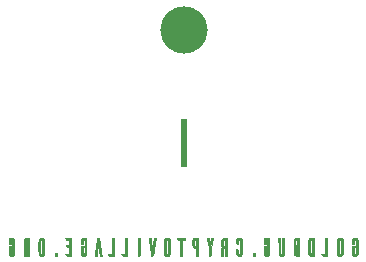
<source format=gbl>
G04 #@! TF.FileFunction,Copper,L2,Bot,Signal*
%FSLAX46Y46*%
G04 Gerber Fmt 4.6, Leading zero omitted, Abs format (unit mm)*
G04 Created by KiCad (PCBNEW 4.0.5) date Saturday, July 08, 2017 'AMt' 10:08:50 AM*
%MOMM*%
%LPD*%
G01*
G04 APERTURE LIST*
%ADD10C,0.100000*%
%ADD11C,0.010000*%
%ADD12C,4.000000*%
G04 APERTURE END LIST*
D10*
D11*
G36*
X182980500Y-64658500D02*
X182599500Y-64658500D01*
X182599500Y-60721500D01*
X182980500Y-60721500D01*
X182980500Y-64658500D01*
X182980500Y-64658500D01*
G37*
X182980500Y-64658500D02*
X182599500Y-64658500D01*
X182599500Y-60721500D01*
X182980500Y-60721500D01*
X182980500Y-64658500D01*
G36*
X168275037Y-70747878D02*
X168315917Y-70752925D01*
X168347773Y-70762821D01*
X168374475Y-70778782D01*
X168399890Y-70802024D01*
X168400668Y-70802841D01*
X168409779Y-70812365D01*
X168417689Y-70821216D01*
X168424483Y-70830597D01*
X168430245Y-70841710D01*
X168435060Y-70855760D01*
X168439014Y-70873950D01*
X168442190Y-70897482D01*
X168444675Y-70927561D01*
X168446552Y-70965390D01*
X168447906Y-71012172D01*
X168448822Y-71069110D01*
X168449385Y-71137408D01*
X168449680Y-71218268D01*
X168449792Y-71312896D01*
X168449805Y-71422492D01*
X168449800Y-71500000D01*
X168449806Y-71619640D01*
X168449768Y-71723551D01*
X168449600Y-71812938D01*
X168449218Y-71889005D01*
X168448536Y-71952958D01*
X168447471Y-72006001D01*
X168445937Y-72049337D01*
X168443849Y-72084173D01*
X168441123Y-72111712D01*
X168437673Y-72133160D01*
X168433415Y-72149720D01*
X168428264Y-72162597D01*
X168422135Y-72172997D01*
X168414943Y-72182123D01*
X168406604Y-72191180D01*
X168400668Y-72197451D01*
X168374786Y-72220792D01*
X168345962Y-72236931D01*
X168310618Y-72246951D01*
X168265177Y-72251933D01*
X168216967Y-72253016D01*
X168162131Y-72251633D01*
X168122247Y-72247554D01*
X168095519Y-72240589D01*
X168094200Y-72240035D01*
X168050276Y-72212454D01*
X168013903Y-72172674D01*
X168000291Y-72150154D01*
X167996116Y-72141096D01*
X167992726Y-72130617D01*
X167990040Y-72116961D01*
X167987977Y-72098371D01*
X167986456Y-72073089D01*
X167985395Y-72039359D01*
X167984714Y-71995423D01*
X167984331Y-71939526D01*
X167984165Y-71869909D01*
X167984134Y-71800519D01*
X167984134Y-71482297D01*
X168004915Y-71461515D01*
X168014080Y-71453140D01*
X168023999Y-71447382D01*
X168037846Y-71443751D01*
X168058796Y-71441758D01*
X168090023Y-71440916D01*
X168134702Y-71440734D01*
X168139851Y-71440733D01*
X168254005Y-71440733D01*
X168228424Y-71497151D01*
X168208762Y-71538790D01*
X168193076Y-71567200D01*
X168179474Y-71585036D01*
X168166061Y-71594953D01*
X168156171Y-71598507D01*
X168135552Y-71603682D01*
X168138160Y-71835296D01*
X168140767Y-72066910D01*
X168163819Y-72089948D01*
X168192928Y-72109194D01*
X168224205Y-72113570D01*
X168253681Y-72103086D01*
X168268864Y-72089654D01*
X168288934Y-72066322D01*
X168288934Y-70933677D01*
X168269884Y-70912030D01*
X168248310Y-70895046D01*
X168224394Y-70885315D01*
X168204238Y-70884397D01*
X168186013Y-70892365D01*
X168169360Y-70905781D01*
X168140767Y-70931314D01*
X168138066Y-71117495D01*
X168135366Y-71303675D01*
X168078800Y-71278553D01*
X168048290Y-71264773D01*
X168025159Y-71252442D01*
X168008386Y-71239053D01*
X167996948Y-71222101D01*
X167989825Y-71199080D01*
X167985996Y-71167483D01*
X167984439Y-71124804D01*
X167984134Y-71068537D01*
X167984134Y-71046224D01*
X167984471Y-70982285D01*
X167985881Y-70932629D01*
X167988957Y-70894612D01*
X167994294Y-70865590D01*
X168002487Y-70842921D01*
X168014130Y-70823959D01*
X168029819Y-70806062D01*
X168040508Y-70795599D01*
X168065917Y-70775014D01*
X168093792Y-70760810D01*
X168127815Y-70751988D01*
X168171668Y-70747546D01*
X168221266Y-70746467D01*
X168275037Y-70747878D01*
X168275037Y-70747878D01*
G37*
X168275037Y-70747878D02*
X168315917Y-70752925D01*
X168347773Y-70762821D01*
X168374475Y-70778782D01*
X168399890Y-70802024D01*
X168400668Y-70802841D01*
X168409779Y-70812365D01*
X168417689Y-70821216D01*
X168424483Y-70830597D01*
X168430245Y-70841710D01*
X168435060Y-70855760D01*
X168439014Y-70873950D01*
X168442190Y-70897482D01*
X168444675Y-70927561D01*
X168446552Y-70965390D01*
X168447906Y-71012172D01*
X168448822Y-71069110D01*
X168449385Y-71137408D01*
X168449680Y-71218268D01*
X168449792Y-71312896D01*
X168449805Y-71422492D01*
X168449800Y-71500000D01*
X168449806Y-71619640D01*
X168449768Y-71723551D01*
X168449600Y-71812938D01*
X168449218Y-71889005D01*
X168448536Y-71952958D01*
X168447471Y-72006001D01*
X168445937Y-72049337D01*
X168443849Y-72084173D01*
X168441123Y-72111712D01*
X168437673Y-72133160D01*
X168433415Y-72149720D01*
X168428264Y-72162597D01*
X168422135Y-72172997D01*
X168414943Y-72182123D01*
X168406604Y-72191180D01*
X168400668Y-72197451D01*
X168374786Y-72220792D01*
X168345962Y-72236931D01*
X168310618Y-72246951D01*
X168265177Y-72251933D01*
X168216967Y-72253016D01*
X168162131Y-72251633D01*
X168122247Y-72247554D01*
X168095519Y-72240589D01*
X168094200Y-72240035D01*
X168050276Y-72212454D01*
X168013903Y-72172674D01*
X168000291Y-72150154D01*
X167996116Y-72141096D01*
X167992726Y-72130617D01*
X167990040Y-72116961D01*
X167987977Y-72098371D01*
X167986456Y-72073089D01*
X167985395Y-72039359D01*
X167984714Y-71995423D01*
X167984331Y-71939526D01*
X167984165Y-71869909D01*
X167984134Y-71800519D01*
X167984134Y-71482297D01*
X168004915Y-71461515D01*
X168014080Y-71453140D01*
X168023999Y-71447382D01*
X168037846Y-71443751D01*
X168058796Y-71441758D01*
X168090023Y-71440916D01*
X168134702Y-71440734D01*
X168139851Y-71440733D01*
X168254005Y-71440733D01*
X168228424Y-71497151D01*
X168208762Y-71538790D01*
X168193076Y-71567200D01*
X168179474Y-71585036D01*
X168166061Y-71594953D01*
X168156171Y-71598507D01*
X168135552Y-71603682D01*
X168138160Y-71835296D01*
X168140767Y-72066910D01*
X168163819Y-72089948D01*
X168192928Y-72109194D01*
X168224205Y-72113570D01*
X168253681Y-72103086D01*
X168268864Y-72089654D01*
X168288934Y-72066322D01*
X168288934Y-70933677D01*
X168269884Y-70912030D01*
X168248310Y-70895046D01*
X168224394Y-70885315D01*
X168204238Y-70884397D01*
X168186013Y-70892365D01*
X168169360Y-70905781D01*
X168140767Y-70931314D01*
X168138066Y-71117495D01*
X168135366Y-71303675D01*
X168078800Y-71278553D01*
X168048290Y-71264773D01*
X168025159Y-71252442D01*
X168008386Y-71239053D01*
X167996948Y-71222101D01*
X167989825Y-71199080D01*
X167985996Y-71167483D01*
X167984439Y-71124804D01*
X167984134Y-71068537D01*
X167984134Y-71046224D01*
X167984471Y-70982285D01*
X167985881Y-70932629D01*
X167988957Y-70894612D01*
X167994294Y-70865590D01*
X168002487Y-70842921D01*
X168014130Y-70823959D01*
X168029819Y-70806062D01*
X168040508Y-70795599D01*
X168065917Y-70775014D01*
X168093792Y-70760810D01*
X168127815Y-70751988D01*
X168171668Y-70747546D01*
X168221266Y-70746467D01*
X168275037Y-70747878D01*
G36*
X170773909Y-70746321D02*
X170820071Y-70749374D01*
X170858773Y-70754885D01*
X170884039Y-70762257D01*
X170921536Y-70786445D01*
X170954188Y-70820497D01*
X170976939Y-70858754D01*
X170981375Y-70871209D01*
X170983355Y-70885067D01*
X170985017Y-70912215D01*
X170986364Y-70953108D01*
X170987403Y-71008199D01*
X170988138Y-71077939D01*
X170988573Y-71162782D01*
X170988713Y-71263182D01*
X170988563Y-71379590D01*
X170988128Y-71512460D01*
X170988107Y-71517556D01*
X170985567Y-72132013D01*
X170962211Y-72167301D01*
X170939746Y-72194600D01*
X170912058Y-72219843D01*
X170903604Y-72225944D01*
X170888489Y-72235383D01*
X170874231Y-72241943D01*
X170857293Y-72246223D01*
X170834139Y-72248823D01*
X170801232Y-72250343D01*
X170755036Y-72251381D01*
X170753393Y-72251411D01*
X170701733Y-72251853D01*
X170663827Y-72250830D01*
X170636538Y-72248104D01*
X170616731Y-72243434D01*
X170608800Y-72240361D01*
X170564244Y-72211949D01*
X170527676Y-72171474D01*
X170514891Y-72150154D01*
X170511827Y-72143608D01*
X170509176Y-72135926D01*
X170506909Y-72125906D01*
X170504995Y-72112346D01*
X170503405Y-72094044D01*
X170502109Y-72069797D01*
X170501077Y-72038403D01*
X170500278Y-71998661D01*
X170499685Y-71949368D01*
X170499265Y-71889322D01*
X170498990Y-71817320D01*
X170498830Y-71732162D01*
X170498754Y-71632644D01*
X170498734Y-71517564D01*
X170498734Y-71500000D01*
X170498734Y-71499258D01*
X170659600Y-71499258D01*
X170659632Y-71611835D01*
X170659748Y-71708696D01*
X170659975Y-71791056D01*
X170660343Y-71860131D01*
X170660879Y-71917139D01*
X170661612Y-71963296D01*
X170662570Y-71999818D01*
X170663781Y-72027921D01*
X170665275Y-72048821D01*
X170667079Y-72063736D01*
X170669221Y-72073881D01*
X170671730Y-72080473D01*
X170673206Y-72082924D01*
X170699253Y-72106584D01*
X170732548Y-72116700D01*
X170769236Y-72112514D01*
X170786770Y-72105279D01*
X170806986Y-72091296D01*
X170820216Y-72076202D01*
X170822200Y-72063829D01*
X170823933Y-72034708D01*
X170825415Y-71989027D01*
X170826640Y-71926968D01*
X170827607Y-71848718D01*
X170828313Y-71754462D01*
X170828755Y-71644383D01*
X170828930Y-71518668D01*
X170828934Y-71498207D01*
X170828949Y-71384356D01*
X170828928Y-71286229D01*
X170828772Y-71202615D01*
X170828379Y-71132307D01*
X170827649Y-71074093D01*
X170826483Y-71026765D01*
X170824780Y-70989113D01*
X170822440Y-70959928D01*
X170819363Y-70937999D01*
X170815449Y-70922118D01*
X170810597Y-70911075D01*
X170804708Y-70903660D01*
X170797680Y-70898664D01*
X170789415Y-70894877D01*
X170779811Y-70891090D01*
X170778612Y-70890598D01*
X170744055Y-70883903D01*
X170709763Y-70889982D01*
X170681811Y-70907496D01*
X170676900Y-70913023D01*
X170673482Y-70917706D01*
X170670546Y-70923247D01*
X170668056Y-70930891D01*
X170665976Y-70941883D01*
X170664268Y-70957469D01*
X170662896Y-70978892D01*
X170661823Y-71007399D01*
X170661012Y-71044234D01*
X170660427Y-71090641D01*
X170660031Y-71147867D01*
X170659787Y-71217155D01*
X170659658Y-71299752D01*
X170659608Y-71396901D01*
X170659600Y-71499258D01*
X170498734Y-71499258D01*
X170498749Y-71382627D01*
X170498815Y-71280986D01*
X170498961Y-71193873D01*
X170499218Y-71120088D01*
X170499616Y-71058427D01*
X170500183Y-71007689D01*
X170500950Y-70966672D01*
X170501948Y-70934173D01*
X170503205Y-70908990D01*
X170504752Y-70889921D01*
X170506618Y-70875765D01*
X170508834Y-70865318D01*
X170511429Y-70857379D01*
X170514433Y-70850746D01*
X170514891Y-70849846D01*
X170546575Y-70804940D01*
X170588491Y-70770852D01*
X170610645Y-70759616D01*
X170638654Y-70752373D01*
X170678401Y-70747773D01*
X170725086Y-70745772D01*
X170773909Y-70746321D01*
X170773909Y-70746321D01*
G37*
X170773909Y-70746321D02*
X170820071Y-70749374D01*
X170858773Y-70754885D01*
X170884039Y-70762257D01*
X170921536Y-70786445D01*
X170954188Y-70820497D01*
X170976939Y-70858754D01*
X170981375Y-70871209D01*
X170983355Y-70885067D01*
X170985017Y-70912215D01*
X170986364Y-70953108D01*
X170987403Y-71008199D01*
X170988138Y-71077939D01*
X170988573Y-71162782D01*
X170988713Y-71263182D01*
X170988563Y-71379590D01*
X170988128Y-71512460D01*
X170988107Y-71517556D01*
X170985567Y-72132013D01*
X170962211Y-72167301D01*
X170939746Y-72194600D01*
X170912058Y-72219843D01*
X170903604Y-72225944D01*
X170888489Y-72235383D01*
X170874231Y-72241943D01*
X170857293Y-72246223D01*
X170834139Y-72248823D01*
X170801232Y-72250343D01*
X170755036Y-72251381D01*
X170753393Y-72251411D01*
X170701733Y-72251853D01*
X170663827Y-72250830D01*
X170636538Y-72248104D01*
X170616731Y-72243434D01*
X170608800Y-72240361D01*
X170564244Y-72211949D01*
X170527676Y-72171474D01*
X170514891Y-72150154D01*
X170511827Y-72143608D01*
X170509176Y-72135926D01*
X170506909Y-72125906D01*
X170504995Y-72112346D01*
X170503405Y-72094044D01*
X170502109Y-72069797D01*
X170501077Y-72038403D01*
X170500278Y-71998661D01*
X170499685Y-71949368D01*
X170499265Y-71889322D01*
X170498990Y-71817320D01*
X170498830Y-71732162D01*
X170498754Y-71632644D01*
X170498734Y-71517564D01*
X170498734Y-71500000D01*
X170498734Y-71499258D01*
X170659600Y-71499258D01*
X170659632Y-71611835D01*
X170659748Y-71708696D01*
X170659975Y-71791056D01*
X170660343Y-71860131D01*
X170660879Y-71917139D01*
X170661612Y-71963296D01*
X170662570Y-71999818D01*
X170663781Y-72027921D01*
X170665275Y-72048821D01*
X170667079Y-72063736D01*
X170669221Y-72073881D01*
X170671730Y-72080473D01*
X170673206Y-72082924D01*
X170699253Y-72106584D01*
X170732548Y-72116700D01*
X170769236Y-72112514D01*
X170786770Y-72105279D01*
X170806986Y-72091296D01*
X170820216Y-72076202D01*
X170822200Y-72063829D01*
X170823933Y-72034708D01*
X170825415Y-71989027D01*
X170826640Y-71926968D01*
X170827607Y-71848718D01*
X170828313Y-71754462D01*
X170828755Y-71644383D01*
X170828930Y-71518668D01*
X170828934Y-71498207D01*
X170828949Y-71384356D01*
X170828928Y-71286229D01*
X170828772Y-71202615D01*
X170828379Y-71132307D01*
X170827649Y-71074093D01*
X170826483Y-71026765D01*
X170824780Y-70989113D01*
X170822440Y-70959928D01*
X170819363Y-70937999D01*
X170815449Y-70922118D01*
X170810597Y-70911075D01*
X170804708Y-70903660D01*
X170797680Y-70898664D01*
X170789415Y-70894877D01*
X170779811Y-70891090D01*
X170778612Y-70890598D01*
X170744055Y-70883903D01*
X170709763Y-70889982D01*
X170681811Y-70907496D01*
X170676900Y-70913023D01*
X170673482Y-70917706D01*
X170670546Y-70923247D01*
X170668056Y-70930891D01*
X170665976Y-70941883D01*
X170664268Y-70957469D01*
X170662896Y-70978892D01*
X170661823Y-71007399D01*
X170661012Y-71044234D01*
X170660427Y-71090641D01*
X170660031Y-71147867D01*
X170659787Y-71217155D01*
X170659658Y-71299752D01*
X170659608Y-71396901D01*
X170659600Y-71499258D01*
X170498734Y-71499258D01*
X170498749Y-71382627D01*
X170498815Y-71280986D01*
X170498961Y-71193873D01*
X170499218Y-71120088D01*
X170499616Y-71058427D01*
X170500183Y-71007689D01*
X170500950Y-70966672D01*
X170501948Y-70934173D01*
X170503205Y-70908990D01*
X170504752Y-70889921D01*
X170506618Y-70875765D01*
X170508834Y-70865318D01*
X170511429Y-70857379D01*
X170514433Y-70850746D01*
X170514891Y-70849846D01*
X170546575Y-70804940D01*
X170588491Y-70770852D01*
X170610645Y-70759616D01*
X170638654Y-70752373D01*
X170678401Y-70747773D01*
X170725086Y-70745772D01*
X170773909Y-70746321D01*
G36*
X174479350Y-70777299D02*
X174509605Y-70805455D01*
X174534605Y-70839790D01*
X174537333Y-70844797D01*
X174558500Y-70885697D01*
X174560839Y-71482018D01*
X174561308Y-71602901D01*
X174561641Y-71708055D01*
X174561748Y-71798687D01*
X174561536Y-71876003D01*
X174560913Y-71941207D01*
X174559790Y-71995506D01*
X174558073Y-72040104D01*
X174555672Y-72076208D01*
X174552495Y-72105022D01*
X174548450Y-72127754D01*
X174543446Y-72145607D01*
X174537393Y-72159787D01*
X174530197Y-72171500D01*
X174521768Y-72181952D01*
X174512014Y-72192348D01*
X174506509Y-72198007D01*
X174482525Y-72219352D01*
X174457447Y-72236681D01*
X174447313Y-72241847D01*
X174425831Y-72246910D01*
X174392250Y-72250495D01*
X174351315Y-72252556D01*
X174307767Y-72253048D01*
X174266350Y-72251927D01*
X174231808Y-72249148D01*
X174208882Y-72244666D01*
X174207387Y-72244113D01*
X174163389Y-72217947D01*
X174126983Y-72179140D01*
X174108444Y-72147189D01*
X174088000Y-72102534D01*
X174090417Y-71787812D01*
X174092834Y-71473089D01*
X174112821Y-71456911D01*
X174123001Y-71450235D01*
X174136229Y-71445666D01*
X174155666Y-71442821D01*
X174184471Y-71441317D01*
X174225802Y-71440770D01*
X174246171Y-71440733D01*
X174287769Y-71440963D01*
X174322505Y-71441594D01*
X174347284Y-71442536D01*
X174359006Y-71443699D01*
X174359534Y-71444016D01*
X174356254Y-71452728D01*
X174347581Y-71472770D01*
X174335265Y-71500121D01*
X174332846Y-71505399D01*
X174309264Y-71551586D01*
X174287792Y-71583207D01*
X174269021Y-71599472D01*
X174260691Y-71601600D01*
X174256925Y-71609628D01*
X174253841Y-71631983D01*
X174251432Y-71666073D01*
X174249691Y-71709307D01*
X174248613Y-71759092D01*
X174248191Y-71812837D01*
X174248420Y-71867949D01*
X174249293Y-71921837D01*
X174250804Y-71971907D01*
X174252947Y-72015570D01*
X174255715Y-72050232D01*
X174259103Y-72073301D01*
X174261830Y-72081149D01*
X174286721Y-72103814D01*
X174317989Y-72114037D01*
X174349970Y-72110032D01*
X174351466Y-72109434D01*
X174361228Y-72105415D01*
X174369641Y-72101222D01*
X174376805Y-72095644D01*
X174382821Y-72087470D01*
X174387790Y-72075488D01*
X174391810Y-72058488D01*
X174394983Y-72035258D01*
X174397408Y-72004587D01*
X174399186Y-71965263D01*
X174400416Y-71916076D01*
X174401200Y-71855814D01*
X174401637Y-71783265D01*
X174401827Y-71697219D01*
X174401870Y-71596464D01*
X174401867Y-71500000D01*
X174401869Y-71386010D01*
X174401808Y-71287742D01*
X174401585Y-71203985D01*
X174401098Y-71133528D01*
X174400248Y-71075159D01*
X174398935Y-71027666D01*
X174397058Y-70989840D01*
X174394518Y-70960468D01*
X174391213Y-70938339D01*
X174387045Y-70922242D01*
X174381912Y-70910966D01*
X174375715Y-70903299D01*
X174368353Y-70898030D01*
X174359727Y-70893948D01*
X174351466Y-70890565D01*
X174327490Y-70884179D01*
X174304786Y-70888602D01*
X174300548Y-70890284D01*
X174286048Y-70896757D01*
X174274873Y-70904098D01*
X174266532Y-70914478D01*
X174260532Y-70930068D01*
X174256380Y-70953038D01*
X174253585Y-70985558D01*
X174251654Y-71029800D01*
X174250096Y-71087934D01*
X174249467Y-71115540D01*
X174245234Y-71304259D01*
X174177412Y-71272366D01*
X174138652Y-71252520D01*
X174113758Y-71235582D01*
X174100300Y-71219849D01*
X174099096Y-71217438D01*
X174094481Y-71198174D01*
X174091211Y-71163338D01*
X174089259Y-71112496D01*
X174088600Y-71045211D01*
X174088600Y-71043920D01*
X174088689Y-70989836D01*
X174089196Y-70949631D01*
X174090484Y-70920250D01*
X174092915Y-70898640D01*
X174096851Y-70881745D01*
X174102654Y-70866512D01*
X174110686Y-70849885D01*
X174111884Y-70847520D01*
X174143005Y-70801735D01*
X174171880Y-70776152D01*
X174186974Y-70766030D01*
X174200317Y-70759025D01*
X174215374Y-70754565D01*
X174235613Y-70752075D01*
X174264498Y-70750980D01*
X174305495Y-70750707D01*
X174325563Y-70750700D01*
X174442534Y-70750700D01*
X174479350Y-70777299D01*
X174479350Y-70777299D01*
G37*
X174479350Y-70777299D02*
X174509605Y-70805455D01*
X174534605Y-70839790D01*
X174537333Y-70844797D01*
X174558500Y-70885697D01*
X174560839Y-71482018D01*
X174561308Y-71602901D01*
X174561641Y-71708055D01*
X174561748Y-71798687D01*
X174561536Y-71876003D01*
X174560913Y-71941207D01*
X174559790Y-71995506D01*
X174558073Y-72040104D01*
X174555672Y-72076208D01*
X174552495Y-72105022D01*
X174548450Y-72127754D01*
X174543446Y-72145607D01*
X174537393Y-72159787D01*
X174530197Y-72171500D01*
X174521768Y-72181952D01*
X174512014Y-72192348D01*
X174506509Y-72198007D01*
X174482525Y-72219352D01*
X174457447Y-72236681D01*
X174447313Y-72241847D01*
X174425831Y-72246910D01*
X174392250Y-72250495D01*
X174351315Y-72252556D01*
X174307767Y-72253048D01*
X174266350Y-72251927D01*
X174231808Y-72249148D01*
X174208882Y-72244666D01*
X174207387Y-72244113D01*
X174163389Y-72217947D01*
X174126983Y-72179140D01*
X174108444Y-72147189D01*
X174088000Y-72102534D01*
X174090417Y-71787812D01*
X174092834Y-71473089D01*
X174112821Y-71456911D01*
X174123001Y-71450235D01*
X174136229Y-71445666D01*
X174155666Y-71442821D01*
X174184471Y-71441317D01*
X174225802Y-71440770D01*
X174246171Y-71440733D01*
X174287769Y-71440963D01*
X174322505Y-71441594D01*
X174347284Y-71442536D01*
X174359006Y-71443699D01*
X174359534Y-71444016D01*
X174356254Y-71452728D01*
X174347581Y-71472770D01*
X174335265Y-71500121D01*
X174332846Y-71505399D01*
X174309264Y-71551586D01*
X174287792Y-71583207D01*
X174269021Y-71599472D01*
X174260691Y-71601600D01*
X174256925Y-71609628D01*
X174253841Y-71631983D01*
X174251432Y-71666073D01*
X174249691Y-71709307D01*
X174248613Y-71759092D01*
X174248191Y-71812837D01*
X174248420Y-71867949D01*
X174249293Y-71921837D01*
X174250804Y-71971907D01*
X174252947Y-72015570D01*
X174255715Y-72050232D01*
X174259103Y-72073301D01*
X174261830Y-72081149D01*
X174286721Y-72103814D01*
X174317989Y-72114037D01*
X174349970Y-72110032D01*
X174351466Y-72109434D01*
X174361228Y-72105415D01*
X174369641Y-72101222D01*
X174376805Y-72095644D01*
X174382821Y-72087470D01*
X174387790Y-72075488D01*
X174391810Y-72058488D01*
X174394983Y-72035258D01*
X174397408Y-72004587D01*
X174399186Y-71965263D01*
X174400416Y-71916076D01*
X174401200Y-71855814D01*
X174401637Y-71783265D01*
X174401827Y-71697219D01*
X174401870Y-71596464D01*
X174401867Y-71500000D01*
X174401869Y-71386010D01*
X174401808Y-71287742D01*
X174401585Y-71203985D01*
X174401098Y-71133528D01*
X174400248Y-71075159D01*
X174398935Y-71027666D01*
X174397058Y-70989840D01*
X174394518Y-70960468D01*
X174391213Y-70938339D01*
X174387045Y-70922242D01*
X174381912Y-70910966D01*
X174375715Y-70903299D01*
X174368353Y-70898030D01*
X174359727Y-70893948D01*
X174351466Y-70890565D01*
X174327490Y-70884179D01*
X174304786Y-70888602D01*
X174300548Y-70890284D01*
X174286048Y-70896757D01*
X174274873Y-70904098D01*
X174266532Y-70914478D01*
X174260532Y-70930068D01*
X174256380Y-70953038D01*
X174253585Y-70985558D01*
X174251654Y-71029800D01*
X174250096Y-71087934D01*
X174249467Y-71115540D01*
X174245234Y-71304259D01*
X174177412Y-71272366D01*
X174138652Y-71252520D01*
X174113758Y-71235582D01*
X174100300Y-71219849D01*
X174099096Y-71217438D01*
X174094481Y-71198174D01*
X174091211Y-71163338D01*
X174089259Y-71112496D01*
X174088600Y-71045211D01*
X174088600Y-71043920D01*
X174088689Y-70989836D01*
X174089196Y-70949631D01*
X174090484Y-70920250D01*
X174092915Y-70898640D01*
X174096851Y-70881745D01*
X174102654Y-70866512D01*
X174110686Y-70849885D01*
X174111884Y-70847520D01*
X174143005Y-70801735D01*
X174171880Y-70776152D01*
X174186974Y-70766030D01*
X174200317Y-70759025D01*
X174215374Y-70754565D01*
X174235613Y-70752075D01*
X174264498Y-70750980D01*
X174305495Y-70750707D01*
X174325563Y-70750700D01*
X174442534Y-70750700D01*
X174479350Y-70777299D01*
G36*
X181379696Y-70747795D02*
X181387061Y-70747959D01*
X181433905Y-70749194D01*
X181467309Y-70750762D01*
X181490767Y-70753302D01*
X181507769Y-70757457D01*
X181521808Y-70763867D01*
X181536376Y-70773172D01*
X181540691Y-70776152D01*
X181578162Y-70812001D01*
X181600650Y-70847520D01*
X181623933Y-70893436D01*
X181623933Y-72107666D01*
X181600283Y-72152938D01*
X181572498Y-72193855D01*
X181540324Y-72223755D01*
X181525444Y-72233832D01*
X181512034Y-72240898D01*
X181496686Y-72245564D01*
X181475995Y-72248435D01*
X181446554Y-72250122D01*
X181404957Y-72251230D01*
X181384058Y-72251650D01*
X181336394Y-72252441D01*
X181302183Y-72252349D01*
X181277951Y-72250943D01*
X181260224Y-72247789D01*
X181245527Y-72242455D01*
X181230386Y-72234511D01*
X181226000Y-72231995D01*
X181184808Y-72202708D01*
X181156620Y-72168236D01*
X181137510Y-72123754D01*
X181137240Y-72122880D01*
X181134680Y-72112565D01*
X181132474Y-72098667D01*
X181130598Y-72079969D01*
X181129026Y-72055251D01*
X181127734Y-72023296D01*
X181126696Y-71982885D01*
X181125887Y-71932798D01*
X181125282Y-71871819D01*
X181124856Y-71798727D01*
X181124584Y-71712305D01*
X181124440Y-71611334D01*
X181124400Y-71500000D01*
X181124413Y-71380812D01*
X181124515Y-71277339D01*
X181124795Y-71188363D01*
X181125348Y-71112666D01*
X181126264Y-71049028D01*
X181127635Y-70996233D01*
X181129553Y-70953061D01*
X181131150Y-70931344D01*
X181289500Y-70931344D01*
X181289500Y-71498416D01*
X181289512Y-71610242D01*
X181289570Y-71706369D01*
X181289711Y-71788032D01*
X181289970Y-71856466D01*
X181290382Y-71912906D01*
X181290985Y-71958585D01*
X181291812Y-71994740D01*
X181292901Y-72022604D01*
X181294286Y-72043413D01*
X181296003Y-72058400D01*
X181298088Y-72068801D01*
X181300577Y-72075851D01*
X181303505Y-72080784D01*
X181306433Y-72084310D01*
X181338277Y-72108690D01*
X181374318Y-72117255D01*
X181412034Y-72109521D01*
X181419506Y-72106001D01*
X181440065Y-72089803D01*
X181452952Y-72071736D01*
X181455139Y-72062202D01*
X181457023Y-72043300D01*
X181458620Y-72014153D01*
X181459945Y-71973883D01*
X181461013Y-71921610D01*
X181461841Y-71856458D01*
X181462443Y-71777546D01*
X181462836Y-71683997D01*
X181463034Y-71574933D01*
X181463067Y-71500000D01*
X181462980Y-71380987D01*
X181462708Y-71278028D01*
X181462236Y-71190245D01*
X181461548Y-71116759D01*
X181460629Y-71056692D01*
X181459463Y-71009166D01*
X181458035Y-70973302D01*
X181456329Y-70948222D01*
X181454330Y-70933047D01*
X181452952Y-70928263D01*
X181432494Y-70901598D01*
X181403349Y-70886429D01*
X181369869Y-70883448D01*
X181336405Y-70893349D01*
X181317150Y-70906639D01*
X181289500Y-70931344D01*
X181131150Y-70931344D01*
X181132110Y-70918295D01*
X181135397Y-70890716D01*
X181139508Y-70869105D01*
X181144532Y-70852245D01*
X181150563Y-70838918D01*
X181157693Y-70827904D01*
X181166012Y-70817986D01*
X181175613Y-70807946D01*
X181176654Y-70806881D01*
X181201269Y-70783678D01*
X181224935Y-70767117D01*
X181251131Y-70756222D01*
X181283338Y-70750020D01*
X181325033Y-70747536D01*
X181379696Y-70747795D01*
X181379696Y-70747795D01*
G37*
X181379696Y-70747795D02*
X181387061Y-70747959D01*
X181433905Y-70749194D01*
X181467309Y-70750762D01*
X181490767Y-70753302D01*
X181507769Y-70757457D01*
X181521808Y-70763867D01*
X181536376Y-70773172D01*
X181540691Y-70776152D01*
X181578162Y-70812001D01*
X181600650Y-70847520D01*
X181623933Y-70893436D01*
X181623933Y-72107666D01*
X181600283Y-72152938D01*
X181572498Y-72193855D01*
X181540324Y-72223755D01*
X181525444Y-72233832D01*
X181512034Y-72240898D01*
X181496686Y-72245564D01*
X181475995Y-72248435D01*
X181446554Y-72250122D01*
X181404957Y-72251230D01*
X181384058Y-72251650D01*
X181336394Y-72252441D01*
X181302183Y-72252349D01*
X181277951Y-72250943D01*
X181260224Y-72247789D01*
X181245527Y-72242455D01*
X181230386Y-72234511D01*
X181226000Y-72231995D01*
X181184808Y-72202708D01*
X181156620Y-72168236D01*
X181137510Y-72123754D01*
X181137240Y-72122880D01*
X181134680Y-72112565D01*
X181132474Y-72098667D01*
X181130598Y-72079969D01*
X181129026Y-72055251D01*
X181127734Y-72023296D01*
X181126696Y-71982885D01*
X181125887Y-71932798D01*
X181125282Y-71871819D01*
X181124856Y-71798727D01*
X181124584Y-71712305D01*
X181124440Y-71611334D01*
X181124400Y-71500000D01*
X181124413Y-71380812D01*
X181124515Y-71277339D01*
X181124795Y-71188363D01*
X181125348Y-71112666D01*
X181126264Y-71049028D01*
X181127635Y-70996233D01*
X181129553Y-70953061D01*
X181131150Y-70931344D01*
X181289500Y-70931344D01*
X181289500Y-71498416D01*
X181289512Y-71610242D01*
X181289570Y-71706369D01*
X181289711Y-71788032D01*
X181289970Y-71856466D01*
X181290382Y-71912906D01*
X181290985Y-71958585D01*
X181291812Y-71994740D01*
X181292901Y-72022604D01*
X181294286Y-72043413D01*
X181296003Y-72058400D01*
X181298088Y-72068801D01*
X181300577Y-72075851D01*
X181303505Y-72080784D01*
X181306433Y-72084310D01*
X181338277Y-72108690D01*
X181374318Y-72117255D01*
X181412034Y-72109521D01*
X181419506Y-72106001D01*
X181440065Y-72089803D01*
X181452952Y-72071736D01*
X181455139Y-72062202D01*
X181457023Y-72043300D01*
X181458620Y-72014153D01*
X181459945Y-71973883D01*
X181461013Y-71921610D01*
X181461841Y-71856458D01*
X181462443Y-71777546D01*
X181462836Y-71683997D01*
X181463034Y-71574933D01*
X181463067Y-71500000D01*
X181462980Y-71380987D01*
X181462708Y-71278028D01*
X181462236Y-71190245D01*
X181461548Y-71116759D01*
X181460629Y-71056692D01*
X181459463Y-71009166D01*
X181458035Y-70973302D01*
X181456329Y-70948222D01*
X181454330Y-70933047D01*
X181452952Y-70928263D01*
X181432494Y-70901598D01*
X181403349Y-70886429D01*
X181369869Y-70883448D01*
X181336405Y-70893349D01*
X181317150Y-70906639D01*
X181289500Y-70931344D01*
X181131150Y-70931344D01*
X181132110Y-70918295D01*
X181135397Y-70890716D01*
X181139508Y-70869105D01*
X181144532Y-70852245D01*
X181150563Y-70838918D01*
X181157693Y-70827904D01*
X181166012Y-70817986D01*
X181175613Y-70807946D01*
X181176654Y-70806881D01*
X181201269Y-70783678D01*
X181224935Y-70767117D01*
X181251131Y-70756222D01*
X181283338Y-70750020D01*
X181325033Y-70747536D01*
X181379696Y-70747795D01*
G36*
X187529995Y-70747374D02*
X187568375Y-70750841D01*
X187597828Y-70757986D01*
X187622326Y-70769928D01*
X187645843Y-70787785D01*
X187655092Y-70796116D01*
X187675445Y-70819271D01*
X187693521Y-70846499D01*
X187695309Y-70849846D01*
X187698373Y-70856392D01*
X187701024Y-70864073D01*
X187703292Y-70874093D01*
X187705205Y-70887653D01*
X187706795Y-70905956D01*
X187708092Y-70930203D01*
X187709124Y-70961596D01*
X187709922Y-71001339D01*
X187710516Y-71050632D01*
X187710935Y-71110678D01*
X187711210Y-71182679D01*
X187711370Y-71267838D01*
X187711446Y-71367356D01*
X187711467Y-71482436D01*
X187711467Y-71500000D01*
X187711451Y-71617372D01*
X187711385Y-71719014D01*
X187711239Y-71806126D01*
X187710982Y-71879912D01*
X187710585Y-71941572D01*
X187710017Y-71992310D01*
X187709250Y-72033328D01*
X187708253Y-72065827D01*
X187706995Y-72091010D01*
X187705449Y-72110078D01*
X187703582Y-72124235D01*
X187701367Y-72134681D01*
X187698772Y-72142620D01*
X187695768Y-72149254D01*
X187695309Y-72150154D01*
X187663888Y-72194325D01*
X187621185Y-72230026D01*
X187603937Y-72239867D01*
X187578221Y-72247576D01*
X187540695Y-72252386D01*
X187496228Y-72254342D01*
X187449684Y-72253491D01*
X187405932Y-72249877D01*
X187369837Y-72243549D01*
X187351634Y-72237482D01*
X187323927Y-72221286D01*
X187298806Y-72201343D01*
X187294933Y-72197451D01*
X187280415Y-72180938D01*
X187269064Y-72164492D01*
X187260494Y-72145824D01*
X187254318Y-72122650D01*
X187250150Y-72092682D01*
X187247604Y-72053634D01*
X187246294Y-72003220D01*
X187245833Y-71939153D01*
X187245800Y-71906558D01*
X187245800Y-71702973D01*
X187273317Y-71714606D01*
X187325062Y-71737678D01*
X187361003Y-71756506D01*
X187381655Y-71771377D01*
X187386648Y-71777901D01*
X187389195Y-71790893D01*
X187391888Y-71817601D01*
X187394487Y-71854811D01*
X187396754Y-71899310D01*
X187397900Y-71929513D01*
X187399672Y-71980660D01*
X187401411Y-72017723D01*
X187403605Y-72043541D01*
X187406743Y-72060954D01*
X187411313Y-72072804D01*
X187417804Y-72081929D01*
X187425486Y-72089956D01*
X187455279Y-72109412D01*
X187487541Y-72112989D01*
X187518863Y-72100687D01*
X187531781Y-72089934D01*
X187554834Y-72066882D01*
X187554834Y-70933118D01*
X187531781Y-70910066D01*
X187501999Y-70890597D01*
X187469740Y-70887007D01*
X187438411Y-70899296D01*
X187425486Y-70910045D01*
X187402434Y-70933077D01*
X187398200Y-71114282D01*
X187393967Y-71295487D01*
X187333841Y-71267621D01*
X187304890Y-71253905D01*
X187283103Y-71241514D01*
X187267461Y-71227871D01*
X187256947Y-71210399D01*
X187250542Y-71186523D01*
X187247228Y-71153665D01*
X187245987Y-71109250D01*
X187245800Y-71050701D01*
X187245800Y-71044877D01*
X187246222Y-70981401D01*
X187247854Y-70932142D01*
X187251245Y-70894397D01*
X187256943Y-70865463D01*
X187265497Y-70842638D01*
X187277456Y-70823217D01*
X187293368Y-70804499D01*
X187294933Y-70802841D01*
X187319621Y-70779893D01*
X187345263Y-70763939D01*
X187375613Y-70753826D01*
X187414426Y-70748404D01*
X187465455Y-70746520D01*
X187478717Y-70746467D01*
X187529995Y-70747374D01*
X187529995Y-70747374D01*
G37*
X187529995Y-70747374D02*
X187568375Y-70750841D01*
X187597828Y-70757986D01*
X187622326Y-70769928D01*
X187645843Y-70787785D01*
X187655092Y-70796116D01*
X187675445Y-70819271D01*
X187693521Y-70846499D01*
X187695309Y-70849846D01*
X187698373Y-70856392D01*
X187701024Y-70864073D01*
X187703292Y-70874093D01*
X187705205Y-70887653D01*
X187706795Y-70905956D01*
X187708092Y-70930203D01*
X187709124Y-70961596D01*
X187709922Y-71001339D01*
X187710516Y-71050632D01*
X187710935Y-71110678D01*
X187711210Y-71182679D01*
X187711370Y-71267838D01*
X187711446Y-71367356D01*
X187711467Y-71482436D01*
X187711467Y-71500000D01*
X187711451Y-71617372D01*
X187711385Y-71719014D01*
X187711239Y-71806126D01*
X187710982Y-71879912D01*
X187710585Y-71941572D01*
X187710017Y-71992310D01*
X187709250Y-72033328D01*
X187708253Y-72065827D01*
X187706995Y-72091010D01*
X187705449Y-72110078D01*
X187703582Y-72124235D01*
X187701367Y-72134681D01*
X187698772Y-72142620D01*
X187695768Y-72149254D01*
X187695309Y-72150154D01*
X187663888Y-72194325D01*
X187621185Y-72230026D01*
X187603937Y-72239867D01*
X187578221Y-72247576D01*
X187540695Y-72252386D01*
X187496228Y-72254342D01*
X187449684Y-72253491D01*
X187405932Y-72249877D01*
X187369837Y-72243549D01*
X187351634Y-72237482D01*
X187323927Y-72221286D01*
X187298806Y-72201343D01*
X187294933Y-72197451D01*
X187280415Y-72180938D01*
X187269064Y-72164492D01*
X187260494Y-72145824D01*
X187254318Y-72122650D01*
X187250150Y-72092682D01*
X187247604Y-72053634D01*
X187246294Y-72003220D01*
X187245833Y-71939153D01*
X187245800Y-71906558D01*
X187245800Y-71702973D01*
X187273317Y-71714606D01*
X187325062Y-71737678D01*
X187361003Y-71756506D01*
X187381655Y-71771377D01*
X187386648Y-71777901D01*
X187389195Y-71790893D01*
X187391888Y-71817601D01*
X187394487Y-71854811D01*
X187396754Y-71899310D01*
X187397900Y-71929513D01*
X187399672Y-71980660D01*
X187401411Y-72017723D01*
X187403605Y-72043541D01*
X187406743Y-72060954D01*
X187411313Y-72072804D01*
X187417804Y-72081929D01*
X187425486Y-72089956D01*
X187455279Y-72109412D01*
X187487541Y-72112989D01*
X187518863Y-72100687D01*
X187531781Y-72089934D01*
X187554834Y-72066882D01*
X187554834Y-70933118D01*
X187531781Y-70910066D01*
X187501999Y-70890597D01*
X187469740Y-70887007D01*
X187438411Y-70899296D01*
X187425486Y-70910045D01*
X187402434Y-70933077D01*
X187398200Y-71114282D01*
X187393967Y-71295487D01*
X187333841Y-71267621D01*
X187304890Y-71253905D01*
X187283103Y-71241514D01*
X187267461Y-71227871D01*
X187256947Y-71210399D01*
X187250542Y-71186523D01*
X187247228Y-71153665D01*
X187245987Y-71109250D01*
X187245800Y-71050701D01*
X187245800Y-71044877D01*
X187246222Y-70981401D01*
X187247854Y-70932142D01*
X187251245Y-70894397D01*
X187256943Y-70865463D01*
X187265497Y-70842638D01*
X187277456Y-70823217D01*
X187293368Y-70804499D01*
X187294933Y-70802841D01*
X187319621Y-70779893D01*
X187345263Y-70763939D01*
X187375613Y-70753826D01*
X187414426Y-70748404D01*
X187465455Y-70746520D01*
X187478717Y-70746467D01*
X187529995Y-70747374D01*
G36*
X189855042Y-70747615D02*
X189895164Y-70751885D01*
X189926298Y-70760508D01*
X189952361Y-70774717D01*
X189977273Y-70795748D01*
X189985832Y-70804315D01*
X189995882Y-70814791D01*
X190004599Y-70824901D01*
X190012080Y-70835865D01*
X190018417Y-70848905D01*
X190023707Y-70865240D01*
X190028044Y-70886092D01*
X190031522Y-70912682D01*
X190034236Y-70946230D01*
X190036280Y-70987957D01*
X190037751Y-71039084D01*
X190038741Y-71100832D01*
X190039347Y-71174421D01*
X190039662Y-71261072D01*
X190039782Y-71362007D01*
X190039800Y-71478445D01*
X190039800Y-71500000D01*
X190039789Y-71619212D01*
X190039694Y-71722711D01*
X190039419Y-71811719D01*
X190038870Y-71887455D01*
X190037952Y-71951141D01*
X190036570Y-72003998D01*
X190034630Y-72047247D01*
X190032037Y-72082107D01*
X190028697Y-72109800D01*
X190024514Y-72131547D01*
X190019394Y-72148569D01*
X190013242Y-72162085D01*
X190005964Y-72173318D01*
X189997464Y-72183487D01*
X189987649Y-72193814D01*
X189985832Y-72195685D01*
X189960532Y-72219151D01*
X189935380Y-72235432D01*
X189906474Y-72245751D01*
X189869911Y-72251334D01*
X189821788Y-72253405D01*
X189801454Y-72253526D01*
X189756543Y-72253023D01*
X189724295Y-72251137D01*
X189700462Y-72247291D01*
X189680792Y-72240912D01*
X189669193Y-72235614D01*
X189627430Y-72206772D01*
X189594376Y-72167782D01*
X189575331Y-72127191D01*
X189572250Y-72107687D01*
X189569762Y-72071668D01*
X189567864Y-72019047D01*
X189566553Y-71949738D01*
X189565828Y-71863657D01*
X189565667Y-71788616D01*
X189565667Y-71482297D01*
X189586449Y-71461515D01*
X189595591Y-71453157D01*
X189605483Y-71447404D01*
X189619289Y-71443771D01*
X189640173Y-71441771D01*
X189671299Y-71440921D01*
X189715833Y-71440734D01*
X189721915Y-71440733D01*
X189763739Y-71441173D01*
X189798691Y-71442380D01*
X189823700Y-71444183D01*
X189835699Y-71446412D01*
X189836310Y-71447083D01*
X189831512Y-71462448D01*
X189819677Y-71486876D01*
X189803351Y-71516156D01*
X189785077Y-71546076D01*
X189767400Y-71572424D01*
X189752865Y-71590988D01*
X189745584Y-71597258D01*
X189726534Y-71605615D01*
X189726534Y-71832764D01*
X189726864Y-71904746D01*
X189727823Y-71966072D01*
X189729360Y-72015334D01*
X189731424Y-72051122D01*
X189733965Y-72072025D01*
X189735251Y-72076202D01*
X189750928Y-72093150D01*
X189775211Y-72108415D01*
X189800042Y-72117318D01*
X189807393Y-72118067D01*
X189821341Y-72112409D01*
X189840677Y-72098079D01*
X189850147Y-72089280D01*
X189878934Y-72060493D01*
X189878934Y-70939506D01*
X189849124Y-70909697D01*
X189829148Y-70891649D01*
X189813505Y-70884173D01*
X189795959Y-70884612D01*
X189792003Y-70885349D01*
X189766989Y-70894563D01*
X189747730Y-70907755D01*
X189742186Y-70914369D01*
X189737903Y-70923226D01*
X189734651Y-70936576D01*
X189732198Y-70956668D01*
X189730313Y-70985755D01*
X189728767Y-71026086D01*
X189727327Y-71079911D01*
X189726534Y-71114478D01*
X189722300Y-71304259D01*
X189654479Y-71272366D01*
X189615719Y-71252520D01*
X189590824Y-71235582D01*
X189577367Y-71219849D01*
X189576162Y-71217438D01*
X189572167Y-71199792D01*
X189569101Y-71168791D01*
X189566973Y-71127990D01*
X189565793Y-71080940D01*
X189565569Y-71031197D01*
X189566309Y-70982314D01*
X189568022Y-70937845D01*
X189570716Y-70901342D01*
X189574400Y-70876361D01*
X189575331Y-70872809D01*
X189596591Y-70828851D01*
X189630440Y-70790565D01*
X189669930Y-70764160D01*
X189689624Y-70756010D01*
X189711134Y-70750749D01*
X189738749Y-70747803D01*
X189776759Y-70746597D01*
X189802010Y-70746467D01*
X189855042Y-70747615D01*
X189855042Y-70747615D01*
G37*
X189855042Y-70747615D02*
X189895164Y-70751885D01*
X189926298Y-70760508D01*
X189952361Y-70774717D01*
X189977273Y-70795748D01*
X189985832Y-70804315D01*
X189995882Y-70814791D01*
X190004599Y-70824901D01*
X190012080Y-70835865D01*
X190018417Y-70848905D01*
X190023707Y-70865240D01*
X190028044Y-70886092D01*
X190031522Y-70912682D01*
X190034236Y-70946230D01*
X190036280Y-70987957D01*
X190037751Y-71039084D01*
X190038741Y-71100832D01*
X190039347Y-71174421D01*
X190039662Y-71261072D01*
X190039782Y-71362007D01*
X190039800Y-71478445D01*
X190039800Y-71500000D01*
X190039789Y-71619212D01*
X190039694Y-71722711D01*
X190039419Y-71811719D01*
X190038870Y-71887455D01*
X190037952Y-71951141D01*
X190036570Y-72003998D01*
X190034630Y-72047247D01*
X190032037Y-72082107D01*
X190028697Y-72109800D01*
X190024514Y-72131547D01*
X190019394Y-72148569D01*
X190013242Y-72162085D01*
X190005964Y-72173318D01*
X189997464Y-72183487D01*
X189987649Y-72193814D01*
X189985832Y-72195685D01*
X189960532Y-72219151D01*
X189935380Y-72235432D01*
X189906474Y-72245751D01*
X189869911Y-72251334D01*
X189821788Y-72253405D01*
X189801454Y-72253526D01*
X189756543Y-72253023D01*
X189724295Y-72251137D01*
X189700462Y-72247291D01*
X189680792Y-72240912D01*
X189669193Y-72235614D01*
X189627430Y-72206772D01*
X189594376Y-72167782D01*
X189575331Y-72127191D01*
X189572250Y-72107687D01*
X189569762Y-72071668D01*
X189567864Y-72019047D01*
X189566553Y-71949738D01*
X189565828Y-71863657D01*
X189565667Y-71788616D01*
X189565667Y-71482297D01*
X189586449Y-71461515D01*
X189595591Y-71453157D01*
X189605483Y-71447404D01*
X189619289Y-71443771D01*
X189640173Y-71441771D01*
X189671299Y-71440921D01*
X189715833Y-71440734D01*
X189721915Y-71440733D01*
X189763739Y-71441173D01*
X189798691Y-71442380D01*
X189823700Y-71444183D01*
X189835699Y-71446412D01*
X189836310Y-71447083D01*
X189831512Y-71462448D01*
X189819677Y-71486876D01*
X189803351Y-71516156D01*
X189785077Y-71546076D01*
X189767400Y-71572424D01*
X189752865Y-71590988D01*
X189745584Y-71597258D01*
X189726534Y-71605615D01*
X189726534Y-71832764D01*
X189726864Y-71904746D01*
X189727823Y-71966072D01*
X189729360Y-72015334D01*
X189731424Y-72051122D01*
X189733965Y-72072025D01*
X189735251Y-72076202D01*
X189750928Y-72093150D01*
X189775211Y-72108415D01*
X189800042Y-72117318D01*
X189807393Y-72118067D01*
X189821341Y-72112409D01*
X189840677Y-72098079D01*
X189850147Y-72089280D01*
X189878934Y-72060493D01*
X189878934Y-70939506D01*
X189849124Y-70909697D01*
X189829148Y-70891649D01*
X189813505Y-70884173D01*
X189795959Y-70884612D01*
X189792003Y-70885349D01*
X189766989Y-70894563D01*
X189747730Y-70907755D01*
X189742186Y-70914369D01*
X189737903Y-70923226D01*
X189734651Y-70936576D01*
X189732198Y-70956668D01*
X189730313Y-70985755D01*
X189728767Y-71026086D01*
X189727327Y-71079911D01*
X189726534Y-71114478D01*
X189722300Y-71304259D01*
X189654479Y-71272366D01*
X189615719Y-71252520D01*
X189590824Y-71235582D01*
X189577367Y-71219849D01*
X189576162Y-71217438D01*
X189572167Y-71199792D01*
X189569101Y-71168791D01*
X189566973Y-71127990D01*
X189565793Y-71080940D01*
X189565569Y-71031197D01*
X189566309Y-70982314D01*
X189568022Y-70937845D01*
X189570716Y-70901342D01*
X189574400Y-70876361D01*
X189575331Y-70872809D01*
X189596591Y-70828851D01*
X189630440Y-70790565D01*
X189669930Y-70764160D01*
X189689624Y-70756010D01*
X189711134Y-70750749D01*
X189738749Y-70747803D01*
X189776759Y-70746597D01*
X189802010Y-70746467D01*
X189855042Y-70747615D01*
G36*
X191276052Y-70754067D02*
X191285375Y-70758110D01*
X191293083Y-70766030D01*
X191299335Y-70778915D01*
X191304289Y-70797851D01*
X191308103Y-70823927D01*
X191310937Y-70858228D01*
X191312950Y-70901842D01*
X191314299Y-70955857D01*
X191315144Y-71021358D01*
X191315643Y-71099433D01*
X191315955Y-71191170D01*
X191316239Y-71297655D01*
X191316653Y-71419975D01*
X191316657Y-71420999D01*
X191317116Y-71560442D01*
X191317280Y-71683288D01*
X191317147Y-71789869D01*
X191316714Y-71880518D01*
X191315977Y-71955569D01*
X191314934Y-72015355D01*
X191313580Y-72060208D01*
X191311913Y-72090462D01*
X191310066Y-72105846D01*
X191291233Y-72154817D01*
X191258659Y-72197211D01*
X191215312Y-72229202D01*
X191213731Y-72230037D01*
X191192252Y-72239315D01*
X191167596Y-72245296D01*
X191135068Y-72248781D01*
X191093900Y-72250477D01*
X191053165Y-72250637D01*
X191014662Y-72249320D01*
X190984257Y-72246785D01*
X190973897Y-72245137D01*
X190922085Y-72228522D01*
X190881737Y-72201594D01*
X190849281Y-72161667D01*
X190838774Y-72143467D01*
X190835900Y-72137416D01*
X190833389Y-72129996D01*
X190831211Y-72120069D01*
X190829337Y-72106497D01*
X190827738Y-72088142D01*
X190826385Y-72063866D01*
X190825249Y-72032532D01*
X190824300Y-71993002D01*
X190823509Y-71944138D01*
X190822848Y-71884803D01*
X190822287Y-71813858D01*
X190821797Y-71730165D01*
X190821348Y-71632587D01*
X190820912Y-71519987D01*
X190820609Y-71434383D01*
X190818250Y-70754933D01*
X190979294Y-70754933D01*
X190983834Y-72066887D01*
X191006604Y-72089654D01*
X191036269Y-72108330D01*
X191071102Y-72113917D01*
X191105527Y-72106415D01*
X191130397Y-72089654D01*
X191153167Y-72066887D01*
X191155436Y-71410910D01*
X191157706Y-70754933D01*
X191219435Y-70754933D01*
X191236805Y-70754336D01*
X191251926Y-70753267D01*
X191264955Y-70752816D01*
X191276052Y-70754067D01*
X191276052Y-70754067D01*
G37*
X191276052Y-70754067D02*
X191285375Y-70758110D01*
X191293083Y-70766030D01*
X191299335Y-70778915D01*
X191304289Y-70797851D01*
X191308103Y-70823927D01*
X191310937Y-70858228D01*
X191312950Y-70901842D01*
X191314299Y-70955857D01*
X191315144Y-71021358D01*
X191315643Y-71099433D01*
X191315955Y-71191170D01*
X191316239Y-71297655D01*
X191316653Y-71419975D01*
X191316657Y-71420999D01*
X191317116Y-71560442D01*
X191317280Y-71683288D01*
X191317147Y-71789869D01*
X191316714Y-71880518D01*
X191315977Y-71955569D01*
X191314934Y-72015355D01*
X191313580Y-72060208D01*
X191311913Y-72090462D01*
X191310066Y-72105846D01*
X191291233Y-72154817D01*
X191258659Y-72197211D01*
X191215312Y-72229202D01*
X191213731Y-72230037D01*
X191192252Y-72239315D01*
X191167596Y-72245296D01*
X191135068Y-72248781D01*
X191093900Y-72250477D01*
X191053165Y-72250637D01*
X191014662Y-72249320D01*
X190984257Y-72246785D01*
X190973897Y-72245137D01*
X190922085Y-72228522D01*
X190881737Y-72201594D01*
X190849281Y-72161667D01*
X190838774Y-72143467D01*
X190835900Y-72137416D01*
X190833389Y-72129996D01*
X190831211Y-72120069D01*
X190829337Y-72106497D01*
X190827738Y-72088142D01*
X190826385Y-72063866D01*
X190825249Y-72032532D01*
X190824300Y-71993002D01*
X190823509Y-71944138D01*
X190822848Y-71884803D01*
X190822287Y-71813858D01*
X190821797Y-71730165D01*
X190821348Y-71632587D01*
X190820912Y-71519987D01*
X190820609Y-71434383D01*
X190818250Y-70754933D01*
X190979294Y-70754933D01*
X190983834Y-72066887D01*
X191006604Y-72089654D01*
X191036269Y-72108330D01*
X191071102Y-72113917D01*
X191105527Y-72106415D01*
X191130397Y-72089654D01*
X191153167Y-72066887D01*
X191155436Y-71410910D01*
X191157706Y-70754933D01*
X191219435Y-70754933D01*
X191236805Y-70754336D01*
X191251926Y-70753267D01*
X191264955Y-70752816D01*
X191276052Y-70754067D01*
G36*
X196187880Y-70778047D02*
X196227129Y-70814557D01*
X196247146Y-70845781D01*
X196267033Y-70886167D01*
X196269692Y-71474600D01*
X196270172Y-71606745D01*
X196270337Y-71722414D01*
X196270184Y-71822060D01*
X196269708Y-71906137D01*
X196268904Y-71975099D01*
X196267766Y-72029399D01*
X196266290Y-72069492D01*
X196264472Y-72095832D01*
X196262982Y-72106380D01*
X196245376Y-72152076D01*
X196215043Y-72194324D01*
X196176094Y-72227883D01*
X196160628Y-72236892D01*
X196143924Y-72244079D01*
X196124739Y-72248902D01*
X196099395Y-72251794D01*
X196064212Y-72253190D01*
X196019721Y-72253526D01*
X195972652Y-72253159D01*
X195938674Y-72251744D01*
X195913954Y-72248804D01*
X195894658Y-72243863D01*
X195876954Y-72236443D01*
X195875058Y-72235514D01*
X195847769Y-72218304D01*
X195823750Y-72197161D01*
X195818170Y-72190615D01*
X195809481Y-72179323D01*
X195801949Y-72168998D01*
X195795490Y-72158408D01*
X195790022Y-72146322D01*
X195785464Y-72131508D01*
X195781731Y-72112736D01*
X195778743Y-72088772D01*
X195776417Y-72058386D01*
X195774669Y-72020347D01*
X195773419Y-71973423D01*
X195772582Y-71916382D01*
X195772077Y-71847994D01*
X195771822Y-71767026D01*
X195771734Y-71672247D01*
X195771730Y-71562425D01*
X195771731Y-71530332D01*
X195931580Y-71530332D01*
X195931779Y-71616367D01*
X195932260Y-71700037D01*
X195933023Y-71779589D01*
X195934069Y-71853274D01*
X195935399Y-71919339D01*
X195937013Y-71976035D01*
X195938912Y-72021611D01*
X195941097Y-72054315D01*
X195943568Y-72072397D01*
X195944415Y-72074801D01*
X195967098Y-72099987D01*
X195997851Y-72113440D01*
X196032108Y-72114702D01*
X196065302Y-72103312D01*
X196084175Y-72088876D01*
X196106167Y-72066888D01*
X196110751Y-70942916D01*
X196088899Y-70916946D01*
X196060923Y-70894596D01*
X196028075Y-70884602D01*
X195994753Y-70886716D01*
X195965353Y-70900692D01*
X195944901Y-70925039D01*
X195942327Y-70938436D01*
X195940027Y-70966976D01*
X195938001Y-71008908D01*
X195936252Y-71062481D01*
X195934778Y-71125945D01*
X195933581Y-71197547D01*
X195932663Y-71275538D01*
X195932022Y-71358166D01*
X195931661Y-71443681D01*
X195931580Y-71530332D01*
X195771731Y-71530332D01*
X195771733Y-71497005D01*
X195771733Y-70892333D01*
X195795384Y-70847061D01*
X195823307Y-70805983D01*
X195855380Y-70776244D01*
X195891726Y-70750700D01*
X196148500Y-70750700D01*
X196187880Y-70778047D01*
X196187880Y-70778047D01*
G37*
X196187880Y-70778047D02*
X196227129Y-70814557D01*
X196247146Y-70845781D01*
X196267033Y-70886167D01*
X196269692Y-71474600D01*
X196270172Y-71606745D01*
X196270337Y-71722414D01*
X196270184Y-71822060D01*
X196269708Y-71906137D01*
X196268904Y-71975099D01*
X196267766Y-72029399D01*
X196266290Y-72069492D01*
X196264472Y-72095832D01*
X196262982Y-72106380D01*
X196245376Y-72152076D01*
X196215043Y-72194324D01*
X196176094Y-72227883D01*
X196160628Y-72236892D01*
X196143924Y-72244079D01*
X196124739Y-72248902D01*
X196099395Y-72251794D01*
X196064212Y-72253190D01*
X196019721Y-72253526D01*
X195972652Y-72253159D01*
X195938674Y-72251744D01*
X195913954Y-72248804D01*
X195894658Y-72243863D01*
X195876954Y-72236443D01*
X195875058Y-72235514D01*
X195847769Y-72218304D01*
X195823750Y-72197161D01*
X195818170Y-72190615D01*
X195809481Y-72179323D01*
X195801949Y-72168998D01*
X195795490Y-72158408D01*
X195790022Y-72146322D01*
X195785464Y-72131508D01*
X195781731Y-72112736D01*
X195778743Y-72088772D01*
X195776417Y-72058386D01*
X195774669Y-72020347D01*
X195773419Y-71973423D01*
X195772582Y-71916382D01*
X195772077Y-71847994D01*
X195771822Y-71767026D01*
X195771734Y-71672247D01*
X195771730Y-71562425D01*
X195771731Y-71530332D01*
X195931580Y-71530332D01*
X195931779Y-71616367D01*
X195932260Y-71700037D01*
X195933023Y-71779589D01*
X195934069Y-71853274D01*
X195935399Y-71919339D01*
X195937013Y-71976035D01*
X195938912Y-72021611D01*
X195941097Y-72054315D01*
X195943568Y-72072397D01*
X195944415Y-72074801D01*
X195967098Y-72099987D01*
X195997851Y-72113440D01*
X196032108Y-72114702D01*
X196065302Y-72103312D01*
X196084175Y-72088876D01*
X196106167Y-72066888D01*
X196110751Y-70942916D01*
X196088899Y-70916946D01*
X196060923Y-70894596D01*
X196028075Y-70884602D01*
X195994753Y-70886716D01*
X195965353Y-70900692D01*
X195944901Y-70925039D01*
X195942327Y-70938436D01*
X195940027Y-70966976D01*
X195938001Y-71008908D01*
X195936252Y-71062481D01*
X195934778Y-71125945D01*
X195933581Y-71197547D01*
X195932663Y-71275538D01*
X195932022Y-71358166D01*
X195931661Y-71443681D01*
X195931580Y-71530332D01*
X195771731Y-71530332D01*
X195771733Y-71497005D01*
X195771733Y-70892333D01*
X195795384Y-70847061D01*
X195823307Y-70805983D01*
X195855380Y-70776244D01*
X195891726Y-70750700D01*
X196148500Y-70750700D01*
X196187880Y-70778047D01*
G36*
X197357107Y-70748764D02*
X197391614Y-70754396D01*
X197408337Y-70760133D01*
X197453813Y-70791463D01*
X197489946Y-70833167D01*
X197499709Y-70849846D01*
X197502773Y-70856392D01*
X197505424Y-70864073D01*
X197507692Y-70874093D01*
X197509605Y-70887653D01*
X197511195Y-70905956D01*
X197512492Y-70930203D01*
X197513524Y-70961596D01*
X197514322Y-71001339D01*
X197514916Y-71050632D01*
X197515335Y-71110678D01*
X197515610Y-71182679D01*
X197515770Y-71267838D01*
X197515846Y-71367356D01*
X197515867Y-71482436D01*
X197515867Y-71500000D01*
X197515851Y-71617372D01*
X197515785Y-71719014D01*
X197515639Y-71806126D01*
X197515382Y-71879912D01*
X197514985Y-71941572D01*
X197514417Y-71992310D01*
X197513650Y-72033328D01*
X197512653Y-72065827D01*
X197511395Y-72091010D01*
X197509849Y-72110078D01*
X197507982Y-72124235D01*
X197505767Y-72134681D01*
X197503172Y-72142620D01*
X197500168Y-72149254D01*
X197499709Y-72150154D01*
X197482602Y-72177045D01*
X197462050Y-72201424D01*
X197459492Y-72203883D01*
X197434971Y-72224456D01*
X197410888Y-72238545D01*
X197383188Y-72247305D01*
X197347820Y-72251894D01*
X197300730Y-72253468D01*
X197285571Y-72253526D01*
X197240678Y-72253013D01*
X197208443Y-72251096D01*
X197184608Y-72247200D01*
X197164917Y-72240749D01*
X197153931Y-72235715D01*
X197109735Y-72204988D01*
X197074879Y-72162955D01*
X197061617Y-72137388D01*
X197058479Y-72126174D01*
X197055930Y-72107999D01*
X197053919Y-72081383D01*
X197052397Y-72044842D01*
X197051315Y-71996896D01*
X197050623Y-71936061D01*
X197050271Y-71860856D01*
X197050200Y-71796220D01*
X197050200Y-71482297D01*
X197070982Y-71461515D01*
X197080124Y-71453157D01*
X197090016Y-71447404D01*
X197103822Y-71443771D01*
X197124706Y-71441771D01*
X197155833Y-71440921D01*
X197200366Y-71440734D01*
X197206449Y-71440733D01*
X197248273Y-71441173D01*
X197283224Y-71442380D01*
X197308234Y-71444183D01*
X197320233Y-71446412D01*
X197320843Y-71447083D01*
X197316045Y-71462448D01*
X197304211Y-71486876D01*
X197287884Y-71516156D01*
X197269610Y-71546076D01*
X197251934Y-71572424D01*
X197237399Y-71590988D01*
X197230117Y-71597258D01*
X197211067Y-71605615D01*
X197211067Y-71835969D01*
X197211095Y-71904341D01*
X197211287Y-71957845D01*
X197211808Y-71998544D01*
X197212820Y-72028504D01*
X197214486Y-72049787D01*
X197216970Y-72064460D01*
X197220436Y-72074585D01*
X197225046Y-72082229D01*
X197230964Y-72089454D01*
X197231136Y-72089654D01*
X197257625Y-72109057D01*
X197288293Y-72113606D01*
X197319175Y-72103288D01*
X197336181Y-72089934D01*
X197359233Y-72066882D01*
X197359233Y-70931344D01*
X197330640Y-70905796D01*
X197309451Y-70889500D01*
X197291690Y-70883984D01*
X197275636Y-70885529D01*
X197250793Y-70894865D01*
X197232263Y-70907755D01*
X197226729Y-70914355D01*
X197222452Y-70923192D01*
X197219202Y-70936510D01*
X197216750Y-70956555D01*
X197214866Y-70985573D01*
X197213320Y-71025808D01*
X197211885Y-71079506D01*
X197211067Y-71115212D01*
X197206833Y-71305727D01*
X197137605Y-71272235D01*
X197105644Y-71255433D01*
X197079234Y-71239075D01*
X197062476Y-71225804D01*
X197059289Y-71221762D01*
X197055526Y-71205930D01*
X197052725Y-71176577D01*
X197050864Y-71137089D01*
X197049922Y-71090849D01*
X197049876Y-71041242D01*
X197050705Y-70991653D01*
X197052386Y-70945466D01*
X197054897Y-70906064D01*
X197058217Y-70876834D01*
X197061617Y-70862611D01*
X197086178Y-70820814D01*
X197120335Y-70785066D01*
X197155683Y-70762381D01*
X197183653Y-70754231D01*
X197222630Y-70748751D01*
X197267765Y-70745986D01*
X197314208Y-70745976D01*
X197357107Y-70748764D01*
X197357107Y-70748764D01*
G37*
X197357107Y-70748764D02*
X197391614Y-70754396D01*
X197408337Y-70760133D01*
X197453813Y-70791463D01*
X197489946Y-70833167D01*
X197499709Y-70849846D01*
X197502773Y-70856392D01*
X197505424Y-70864073D01*
X197507692Y-70874093D01*
X197509605Y-70887653D01*
X197511195Y-70905956D01*
X197512492Y-70930203D01*
X197513524Y-70961596D01*
X197514322Y-71001339D01*
X197514916Y-71050632D01*
X197515335Y-71110678D01*
X197515610Y-71182679D01*
X197515770Y-71267838D01*
X197515846Y-71367356D01*
X197515867Y-71482436D01*
X197515867Y-71500000D01*
X197515851Y-71617372D01*
X197515785Y-71719014D01*
X197515639Y-71806126D01*
X197515382Y-71879912D01*
X197514985Y-71941572D01*
X197514417Y-71992310D01*
X197513650Y-72033328D01*
X197512653Y-72065827D01*
X197511395Y-72091010D01*
X197509849Y-72110078D01*
X197507982Y-72124235D01*
X197505767Y-72134681D01*
X197503172Y-72142620D01*
X197500168Y-72149254D01*
X197499709Y-72150154D01*
X197482602Y-72177045D01*
X197462050Y-72201424D01*
X197459492Y-72203883D01*
X197434971Y-72224456D01*
X197410888Y-72238545D01*
X197383188Y-72247305D01*
X197347820Y-72251894D01*
X197300730Y-72253468D01*
X197285571Y-72253526D01*
X197240678Y-72253013D01*
X197208443Y-72251096D01*
X197184608Y-72247200D01*
X197164917Y-72240749D01*
X197153931Y-72235715D01*
X197109735Y-72204988D01*
X197074879Y-72162955D01*
X197061617Y-72137388D01*
X197058479Y-72126174D01*
X197055930Y-72107999D01*
X197053919Y-72081383D01*
X197052397Y-72044842D01*
X197051315Y-71996896D01*
X197050623Y-71936061D01*
X197050271Y-71860856D01*
X197050200Y-71796220D01*
X197050200Y-71482297D01*
X197070982Y-71461515D01*
X197080124Y-71453157D01*
X197090016Y-71447404D01*
X197103822Y-71443771D01*
X197124706Y-71441771D01*
X197155833Y-71440921D01*
X197200366Y-71440734D01*
X197206449Y-71440733D01*
X197248273Y-71441173D01*
X197283224Y-71442380D01*
X197308234Y-71444183D01*
X197320233Y-71446412D01*
X197320843Y-71447083D01*
X197316045Y-71462448D01*
X197304211Y-71486876D01*
X197287884Y-71516156D01*
X197269610Y-71546076D01*
X197251934Y-71572424D01*
X197237399Y-71590988D01*
X197230117Y-71597258D01*
X197211067Y-71605615D01*
X197211067Y-71835969D01*
X197211095Y-71904341D01*
X197211287Y-71957845D01*
X197211808Y-71998544D01*
X197212820Y-72028504D01*
X197214486Y-72049787D01*
X197216970Y-72064460D01*
X197220436Y-72074585D01*
X197225046Y-72082229D01*
X197230964Y-72089454D01*
X197231136Y-72089654D01*
X197257625Y-72109057D01*
X197288293Y-72113606D01*
X197319175Y-72103288D01*
X197336181Y-72089934D01*
X197359233Y-72066882D01*
X197359233Y-70931344D01*
X197330640Y-70905796D01*
X197309451Y-70889500D01*
X197291690Y-70883984D01*
X197275636Y-70885529D01*
X197250793Y-70894865D01*
X197232263Y-70907755D01*
X197226729Y-70914355D01*
X197222452Y-70923192D01*
X197219202Y-70936510D01*
X197216750Y-70956555D01*
X197214866Y-70985573D01*
X197213320Y-71025808D01*
X197211885Y-71079506D01*
X197211067Y-71115212D01*
X197206833Y-71305727D01*
X197137605Y-71272235D01*
X197105644Y-71255433D01*
X197079234Y-71239075D01*
X197062476Y-71225804D01*
X197059289Y-71221762D01*
X197055526Y-71205930D01*
X197052725Y-71176577D01*
X197050864Y-71137089D01*
X197049922Y-71090849D01*
X197049876Y-71041242D01*
X197050705Y-70991653D01*
X197052386Y-70945466D01*
X197054897Y-70906064D01*
X197058217Y-70876834D01*
X197061617Y-70862611D01*
X197086178Y-70820814D01*
X197120335Y-70785066D01*
X197155683Y-70762381D01*
X197183653Y-70754231D01*
X197222630Y-70748751D01*
X197267765Y-70745986D01*
X197314208Y-70745976D01*
X197357107Y-70748764D01*
G36*
X169719800Y-72245067D02*
X169558934Y-72245067D01*
X169558934Y-71610066D01*
X169505376Y-71610066D01*
X169474310Y-71610992D01*
X169454433Y-71614886D01*
X169440051Y-71623429D01*
X169431293Y-71631905D01*
X169410767Y-71653744D01*
X169408338Y-71949405D01*
X169405908Y-72245067D01*
X169244732Y-72245067D01*
X169247316Y-71925450D01*
X169248013Y-71843282D01*
X169248712Y-71776263D01*
X169249520Y-71722611D01*
X169250541Y-71680543D01*
X169251881Y-71648274D01*
X169253646Y-71624022D01*
X169255942Y-71606003D01*
X169258873Y-71592434D01*
X169262545Y-71581532D01*
X169267064Y-71571514D01*
X169268415Y-71568784D01*
X169286931Y-71531734D01*
X169268415Y-71506695D01*
X169263481Y-71499598D01*
X169259512Y-71491848D01*
X169256403Y-71481641D01*
X169254048Y-71467170D01*
X169252344Y-71446631D01*
X169251185Y-71418218D01*
X169250466Y-71380125D01*
X169250082Y-71330549D01*
X169249928Y-71267682D01*
X169249901Y-71192064D01*
X169406236Y-71192064D01*
X169406832Y-71247830D01*
X169408034Y-71300122D01*
X169409835Y-71346045D01*
X169412226Y-71382700D01*
X169415196Y-71407192D01*
X169417409Y-71415166D01*
X169437384Y-71438952D01*
X169469004Y-71452863D01*
X169513733Y-71457539D01*
X169514484Y-71457542D01*
X169558934Y-71457667D01*
X169558934Y-70907333D01*
X169512765Y-70907333D01*
X169468450Y-70910860D01*
X169437730Y-70921962D01*
X169418687Y-70941418D01*
X169415934Y-70946765D01*
X169412692Y-70962533D01*
X169410113Y-70992209D01*
X169408187Y-71032898D01*
X169406905Y-71081701D01*
X169406258Y-71135722D01*
X169406236Y-71192064D01*
X169249901Y-71192064D01*
X169249900Y-71189721D01*
X169249900Y-71188145D01*
X169249935Y-71109746D01*
X169250109Y-71046420D01*
X169250525Y-70996309D01*
X169251287Y-70957551D01*
X169252498Y-70928288D01*
X169254262Y-70906660D01*
X169256683Y-70890806D01*
X169259864Y-70878868D01*
X169263908Y-70868984D01*
X169268126Y-70860766D01*
X169296768Y-70819263D01*
X169334481Y-70787459D01*
X169355734Y-70774974D01*
X169368257Y-70769376D01*
X169383718Y-70765136D01*
X169404704Y-70762009D01*
X169433807Y-70759752D01*
X169473615Y-70758120D01*
X169526718Y-70756868D01*
X169552584Y-70756414D01*
X169719800Y-70753662D01*
X169719800Y-72245067D01*
X169719800Y-72245067D01*
G37*
X169719800Y-72245067D02*
X169558934Y-72245067D01*
X169558934Y-71610066D01*
X169505376Y-71610066D01*
X169474310Y-71610992D01*
X169454433Y-71614886D01*
X169440051Y-71623429D01*
X169431293Y-71631905D01*
X169410767Y-71653744D01*
X169408338Y-71949405D01*
X169405908Y-72245067D01*
X169244732Y-72245067D01*
X169247316Y-71925450D01*
X169248013Y-71843282D01*
X169248712Y-71776263D01*
X169249520Y-71722611D01*
X169250541Y-71680543D01*
X169251881Y-71648274D01*
X169253646Y-71624022D01*
X169255942Y-71606003D01*
X169258873Y-71592434D01*
X169262545Y-71581532D01*
X169267064Y-71571514D01*
X169268415Y-71568784D01*
X169286931Y-71531734D01*
X169268415Y-71506695D01*
X169263481Y-71499598D01*
X169259512Y-71491848D01*
X169256403Y-71481641D01*
X169254048Y-71467170D01*
X169252344Y-71446631D01*
X169251185Y-71418218D01*
X169250466Y-71380125D01*
X169250082Y-71330549D01*
X169249928Y-71267682D01*
X169249901Y-71192064D01*
X169406236Y-71192064D01*
X169406832Y-71247830D01*
X169408034Y-71300122D01*
X169409835Y-71346045D01*
X169412226Y-71382700D01*
X169415196Y-71407192D01*
X169417409Y-71415166D01*
X169437384Y-71438952D01*
X169469004Y-71452863D01*
X169513733Y-71457539D01*
X169514484Y-71457542D01*
X169558934Y-71457667D01*
X169558934Y-70907333D01*
X169512765Y-70907333D01*
X169468450Y-70910860D01*
X169437730Y-70921962D01*
X169418687Y-70941418D01*
X169415934Y-70946765D01*
X169412692Y-70962533D01*
X169410113Y-70992209D01*
X169408187Y-71032898D01*
X169406905Y-71081701D01*
X169406258Y-71135722D01*
X169406236Y-71192064D01*
X169249901Y-71192064D01*
X169249900Y-71189721D01*
X169249900Y-71188145D01*
X169249935Y-71109746D01*
X169250109Y-71046420D01*
X169250525Y-70996309D01*
X169251287Y-70957551D01*
X169252498Y-70928288D01*
X169254262Y-70906660D01*
X169256683Y-70890806D01*
X169259864Y-70878868D01*
X169263908Y-70868984D01*
X169268126Y-70860766D01*
X169296768Y-70819263D01*
X169334481Y-70787459D01*
X169355734Y-70774974D01*
X169368257Y-70769376D01*
X169383718Y-70765136D01*
X169404704Y-70762009D01*
X169433807Y-70759752D01*
X169473615Y-70758120D01*
X169526718Y-70756868D01*
X169552584Y-70756414D01*
X169719800Y-70753662D01*
X169719800Y-72245067D01*
G36*
X172090467Y-72130449D02*
X172089464Y-72176499D01*
X172084969Y-72208281D01*
X172074752Y-72228410D01*
X172056585Y-72239505D01*
X172028236Y-72244182D01*
X171992823Y-72245067D01*
X171929046Y-72245067D01*
X171931440Y-72149817D01*
X171933833Y-72054567D01*
X172012150Y-72052132D01*
X172090467Y-72049698D01*
X172090467Y-72130449D01*
X172090467Y-72130449D01*
G37*
X172090467Y-72130449D02*
X172089464Y-72176499D01*
X172084969Y-72208281D01*
X172074752Y-72228410D01*
X172056585Y-72239505D01*
X172028236Y-72244182D01*
X171992823Y-72245067D01*
X171929046Y-72245067D01*
X171931440Y-72149817D01*
X171933833Y-72054567D01*
X172012150Y-72052132D01*
X172090467Y-72049698D01*
X172090467Y-72130449D01*
G36*
X173056613Y-70755086D02*
X173108083Y-70755625D01*
X173146764Y-70756673D01*
X173174727Y-70758351D01*
X173194045Y-70760780D01*
X173206787Y-70764083D01*
X173214650Y-70768113D01*
X173233467Y-70781293D01*
X173233467Y-72245067D01*
X173053550Y-72244735D01*
X172987863Y-72244316D01*
X172937042Y-72243247D01*
X172899027Y-72241405D01*
X172871759Y-72238667D01*
X172853178Y-72234909D01*
X172845667Y-72232255D01*
X172829327Y-72222530D01*
X172815152Y-72206813D01*
X172800288Y-72181345D01*
X172788517Y-72156941D01*
X172775042Y-72127231D01*
X172764860Y-72103746D01*
X172759666Y-72090429D01*
X172759334Y-72088988D01*
X172767361Y-72087478D01*
X172789686Y-72086164D01*
X172823673Y-72085126D01*
X172866687Y-72084444D01*
X172915967Y-72084200D01*
X173072600Y-72084200D01*
X173072600Y-71823427D01*
X173072402Y-71743435D01*
X173071777Y-71679174D01*
X173070680Y-71629445D01*
X173069066Y-71593049D01*
X173066891Y-71568789D01*
X173064109Y-71555465D01*
X173062440Y-71552493D01*
X173048502Y-71546951D01*
X173022361Y-71543347D01*
X172995179Y-71542333D01*
X172958051Y-71540167D01*
X172930326Y-71531934D01*
X172908665Y-71515031D01*
X172889728Y-71486857D01*
X172870243Y-71444967D01*
X172845300Y-71385700D01*
X172958950Y-71383344D01*
X173072600Y-71380989D01*
X173072600Y-71158554D01*
X173072352Y-71084593D01*
X173071573Y-71026328D01*
X173070208Y-70982530D01*
X173068204Y-70951969D01*
X173065507Y-70933413D01*
X173062440Y-70925960D01*
X173047915Y-70920585D01*
X173017755Y-70917161D01*
X172973163Y-70915816D01*
X172966957Y-70915800D01*
X172922232Y-70914961D01*
X172891327Y-70912187D01*
X172871199Y-70907095D01*
X172862868Y-70902656D01*
X172853182Y-70891158D01*
X172838969Y-70868945D01*
X172822681Y-70840558D01*
X172806771Y-70810536D01*
X172793690Y-70783419D01*
X172785889Y-70763747D01*
X172784734Y-70757974D01*
X172792817Y-70757131D01*
X172815533Y-70756378D01*
X172850581Y-70755748D01*
X172895661Y-70755277D01*
X172948472Y-70754997D01*
X172990283Y-70754933D01*
X173056613Y-70755086D01*
X173056613Y-70755086D01*
G37*
X173056613Y-70755086D02*
X173108083Y-70755625D01*
X173146764Y-70756673D01*
X173174727Y-70758351D01*
X173194045Y-70760780D01*
X173206787Y-70764083D01*
X173214650Y-70768113D01*
X173233467Y-70781293D01*
X173233467Y-72245067D01*
X173053550Y-72244735D01*
X172987863Y-72244316D01*
X172937042Y-72243247D01*
X172899027Y-72241405D01*
X172871759Y-72238667D01*
X172853178Y-72234909D01*
X172845667Y-72232255D01*
X172829327Y-72222530D01*
X172815152Y-72206813D01*
X172800288Y-72181345D01*
X172788517Y-72156941D01*
X172775042Y-72127231D01*
X172764860Y-72103746D01*
X172759666Y-72090429D01*
X172759334Y-72088988D01*
X172767361Y-72087478D01*
X172789686Y-72086164D01*
X172823673Y-72085126D01*
X172866687Y-72084444D01*
X172915967Y-72084200D01*
X173072600Y-72084200D01*
X173072600Y-71823427D01*
X173072402Y-71743435D01*
X173071777Y-71679174D01*
X173070680Y-71629445D01*
X173069066Y-71593049D01*
X173066891Y-71568789D01*
X173064109Y-71555465D01*
X173062440Y-71552493D01*
X173048502Y-71546951D01*
X173022361Y-71543347D01*
X172995179Y-71542333D01*
X172958051Y-71540167D01*
X172930326Y-71531934D01*
X172908665Y-71515031D01*
X172889728Y-71486857D01*
X172870243Y-71444967D01*
X172845300Y-71385700D01*
X172958950Y-71383344D01*
X173072600Y-71380989D01*
X173072600Y-71158554D01*
X173072352Y-71084593D01*
X173071573Y-71026328D01*
X173070208Y-70982530D01*
X173068204Y-70951969D01*
X173065507Y-70933413D01*
X173062440Y-70925960D01*
X173047915Y-70920585D01*
X173017755Y-70917161D01*
X172973163Y-70915816D01*
X172966957Y-70915800D01*
X172922232Y-70914961D01*
X172891327Y-70912187D01*
X172871199Y-70907095D01*
X172862868Y-70902656D01*
X172853182Y-70891158D01*
X172838969Y-70868945D01*
X172822681Y-70840558D01*
X172806771Y-70810536D01*
X172793690Y-70783419D01*
X172785889Y-70763747D01*
X172784734Y-70757974D01*
X172792817Y-70757131D01*
X172815533Y-70756378D01*
X172850581Y-70755748D01*
X172895661Y-70755277D01*
X172948472Y-70754997D01*
X172990283Y-70754933D01*
X173056613Y-70755086D01*
G36*
X175606650Y-70756051D02*
X175624331Y-70758788D01*
X175629533Y-70762407D01*
X175630773Y-70771715D01*
X175634369Y-70796545D01*
X175640140Y-70835680D01*
X175647902Y-70887898D01*
X175657474Y-70951982D01*
X175668671Y-71026713D01*
X175681313Y-71110871D01*
X175695216Y-71203236D01*
X175710198Y-71302591D01*
X175726075Y-71407716D01*
X175739563Y-71496890D01*
X175756044Y-71605912D01*
X175771779Y-71710225D01*
X175786583Y-71808604D01*
X175800275Y-71899821D01*
X175812671Y-71982651D01*
X175823588Y-72055866D01*
X175832843Y-72118240D01*
X175840253Y-72168546D01*
X175845635Y-72205558D01*
X175848807Y-72228049D01*
X175849629Y-72234779D01*
X175845494Y-72239831D01*
X175831503Y-72242785D01*
X175805347Y-72243864D01*
X175764715Y-72243296D01*
X175762883Y-72243246D01*
X175676100Y-72240833D01*
X175611350Y-71749766D01*
X175599619Y-71661079D01*
X175588542Y-71577892D01*
X175578316Y-71501634D01*
X175569135Y-71433733D01*
X175561194Y-71375616D01*
X175554688Y-71328710D01*
X175549811Y-71294444D01*
X175546760Y-71274245D01*
X175545733Y-71269287D01*
X175544357Y-71281157D01*
X175541014Y-71307923D01*
X175535951Y-71347693D01*
X175529415Y-71398575D01*
X175521654Y-71458676D01*
X175512915Y-71526106D01*
X175503445Y-71598971D01*
X175493490Y-71675380D01*
X175483300Y-71753440D01*
X175473119Y-71831260D01*
X175463197Y-71906947D01*
X175453779Y-71978610D01*
X175445113Y-72044357D01*
X175437447Y-72102294D01*
X175431027Y-72150532D01*
X175426100Y-72187176D01*
X175422915Y-72210336D01*
X175421847Y-72217550D01*
X175417100Y-72245067D01*
X175332817Y-72245067D01*
X175294464Y-72244876D01*
X175269953Y-72243853D01*
X175256193Y-72241316D01*
X175250094Y-72236586D01*
X175248564Y-72228983D01*
X175248533Y-72226530D01*
X175249825Y-72211293D01*
X175253541Y-72181269D01*
X175259448Y-72137962D01*
X175267307Y-72082875D01*
X175276885Y-72017512D01*
X175287944Y-71943374D01*
X175300249Y-71861965D01*
X175313564Y-71774789D01*
X175327653Y-71683349D01*
X175342281Y-71589147D01*
X175357211Y-71493688D01*
X175372207Y-71398473D01*
X175387033Y-71305006D01*
X175401455Y-71214791D01*
X175415235Y-71129330D01*
X175428138Y-71050126D01*
X175439928Y-70978683D01*
X175450369Y-70916504D01*
X175459225Y-70865092D01*
X175466260Y-70825950D01*
X175471239Y-70800581D01*
X175473890Y-70790539D01*
X175491643Y-70772397D01*
X175507761Y-70763022D01*
X175526770Y-70758641D01*
X175552900Y-70756002D01*
X175581184Y-70755130D01*
X175606650Y-70756051D01*
X175606650Y-70756051D01*
G37*
X175606650Y-70756051D02*
X175624331Y-70758788D01*
X175629533Y-70762407D01*
X175630773Y-70771715D01*
X175634369Y-70796545D01*
X175640140Y-70835680D01*
X175647902Y-70887898D01*
X175657474Y-70951982D01*
X175668671Y-71026713D01*
X175681313Y-71110871D01*
X175695216Y-71203236D01*
X175710198Y-71302591D01*
X175726075Y-71407716D01*
X175739563Y-71496890D01*
X175756044Y-71605912D01*
X175771779Y-71710225D01*
X175786583Y-71808604D01*
X175800275Y-71899821D01*
X175812671Y-71982651D01*
X175823588Y-72055866D01*
X175832843Y-72118240D01*
X175840253Y-72168546D01*
X175845635Y-72205558D01*
X175848807Y-72228049D01*
X175849629Y-72234779D01*
X175845494Y-72239831D01*
X175831503Y-72242785D01*
X175805347Y-72243864D01*
X175764715Y-72243296D01*
X175762883Y-72243246D01*
X175676100Y-72240833D01*
X175611350Y-71749766D01*
X175599619Y-71661079D01*
X175588542Y-71577892D01*
X175578316Y-71501634D01*
X175569135Y-71433733D01*
X175561194Y-71375616D01*
X175554688Y-71328710D01*
X175549811Y-71294444D01*
X175546760Y-71274245D01*
X175545733Y-71269287D01*
X175544357Y-71281157D01*
X175541014Y-71307923D01*
X175535951Y-71347693D01*
X175529415Y-71398575D01*
X175521654Y-71458676D01*
X175512915Y-71526106D01*
X175503445Y-71598971D01*
X175493490Y-71675380D01*
X175483300Y-71753440D01*
X175473119Y-71831260D01*
X175463197Y-71906947D01*
X175453779Y-71978610D01*
X175445113Y-72044357D01*
X175437447Y-72102294D01*
X175431027Y-72150532D01*
X175426100Y-72187176D01*
X175422915Y-72210336D01*
X175421847Y-72217550D01*
X175417100Y-72245067D01*
X175332817Y-72245067D01*
X175294464Y-72244876D01*
X175269953Y-72243853D01*
X175256193Y-72241316D01*
X175250094Y-72236586D01*
X175248564Y-72228983D01*
X175248533Y-72226530D01*
X175249825Y-72211293D01*
X175253541Y-72181269D01*
X175259448Y-72137962D01*
X175267307Y-72082875D01*
X175276885Y-72017512D01*
X175287944Y-71943374D01*
X175300249Y-71861965D01*
X175313564Y-71774789D01*
X175327653Y-71683349D01*
X175342281Y-71589147D01*
X175357211Y-71493688D01*
X175372207Y-71398473D01*
X175387033Y-71305006D01*
X175401455Y-71214791D01*
X175415235Y-71129330D01*
X175428138Y-71050126D01*
X175439928Y-70978683D01*
X175450369Y-70916504D01*
X175459225Y-70865092D01*
X175466260Y-70825950D01*
X175471239Y-70800581D01*
X175473890Y-70790539D01*
X175491643Y-70772397D01*
X175507761Y-70763022D01*
X175526770Y-70758641D01*
X175552900Y-70756002D01*
X175581184Y-70755130D01*
X175606650Y-70756051D01*
G36*
X176758745Y-70753274D02*
X176773902Y-70754239D01*
X176791304Y-70754921D01*
X176793700Y-70754933D01*
X176857200Y-70754933D01*
X176857200Y-72245067D01*
X176664584Y-72244084D01*
X176608270Y-72243625D01*
X176556940Y-72242880D01*
X176513255Y-72241914D01*
X176479880Y-72240793D01*
X176459476Y-72239581D01*
X176455034Y-72238977D01*
X176431733Y-72228119D01*
X176411230Y-72206192D01*
X176391148Y-72170534D01*
X176388136Y-72164079D01*
X176375328Y-72136985D01*
X176366319Y-72116770D01*
X176362832Y-72102436D01*
X176366594Y-72092987D01*
X176379330Y-72087427D01*
X176402766Y-72084758D01*
X176438628Y-72083984D01*
X176488640Y-72084109D01*
X176526430Y-72084200D01*
X176696334Y-72084200D01*
X176696334Y-71436500D01*
X176696252Y-71312595D01*
X176696111Y-71204546D01*
X176696063Y-71111278D01*
X176696263Y-71031713D01*
X176696864Y-70964777D01*
X176698019Y-70909394D01*
X176699883Y-70864486D01*
X176702610Y-70828980D01*
X176706352Y-70801798D01*
X176711263Y-70781865D01*
X176717498Y-70768105D01*
X176725210Y-70759441D01*
X176734553Y-70754799D01*
X176745680Y-70753102D01*
X176758745Y-70753274D01*
X176758745Y-70753274D01*
G37*
X176758745Y-70753274D02*
X176773902Y-70754239D01*
X176791304Y-70754921D01*
X176793700Y-70754933D01*
X176857200Y-70754933D01*
X176857200Y-72245067D01*
X176664584Y-72244084D01*
X176608270Y-72243625D01*
X176556940Y-72242880D01*
X176513255Y-72241914D01*
X176479880Y-72240793D01*
X176459476Y-72239581D01*
X176455034Y-72238977D01*
X176431733Y-72228119D01*
X176411230Y-72206192D01*
X176391148Y-72170534D01*
X176388136Y-72164079D01*
X176375328Y-72136985D01*
X176366319Y-72116770D01*
X176362832Y-72102436D01*
X176366594Y-72092987D01*
X176379330Y-72087427D01*
X176402766Y-72084758D01*
X176438628Y-72083984D01*
X176488640Y-72084109D01*
X176526430Y-72084200D01*
X176696334Y-72084200D01*
X176696334Y-71436500D01*
X176696252Y-71312595D01*
X176696111Y-71204546D01*
X176696063Y-71111278D01*
X176696263Y-71031713D01*
X176696864Y-70964777D01*
X176698019Y-70909394D01*
X176699883Y-70864486D01*
X176702610Y-70828980D01*
X176706352Y-70801798D01*
X176711263Y-70781865D01*
X176717498Y-70768105D01*
X176725210Y-70759441D01*
X176734553Y-70754799D01*
X176745680Y-70753102D01*
X176758745Y-70753274D01*
G36*
X178017134Y-72245067D02*
X177824517Y-72244735D01*
X177756923Y-72244357D01*
X177704248Y-72243407D01*
X177664480Y-72241771D01*
X177635610Y-72239336D01*
X177615628Y-72235988D01*
X177603934Y-72232255D01*
X177587594Y-72222530D01*
X177573418Y-72206813D01*
X177558554Y-72181345D01*
X177546784Y-72156941D01*
X177533309Y-72127231D01*
X177523127Y-72103746D01*
X177517933Y-72090429D01*
X177517600Y-72088988D01*
X177525644Y-72087533D01*
X177548087Y-72086256D01*
X177582393Y-72085228D01*
X177626029Y-72084522D01*
X177676459Y-72084209D01*
X177686934Y-72084200D01*
X177856267Y-72084200D01*
X177856396Y-71438617D01*
X177856497Y-71335443D01*
X177856747Y-71237123D01*
X177857135Y-71144979D01*
X177857647Y-71060334D01*
X177858271Y-70984512D01*
X177858994Y-70918836D01*
X177859802Y-70864629D01*
X177860684Y-70823215D01*
X177861626Y-70795916D01*
X177862616Y-70784055D01*
X177862746Y-70783717D01*
X177883201Y-70767131D01*
X177918027Y-70757610D01*
X177961544Y-70754933D01*
X178017134Y-70754933D01*
X178017134Y-72245067D01*
X178017134Y-72245067D01*
G37*
X178017134Y-72245067D02*
X177824517Y-72244735D01*
X177756923Y-72244357D01*
X177704248Y-72243407D01*
X177664480Y-72241771D01*
X177635610Y-72239336D01*
X177615628Y-72235988D01*
X177603934Y-72232255D01*
X177587594Y-72222530D01*
X177573418Y-72206813D01*
X177558554Y-72181345D01*
X177546784Y-72156941D01*
X177533309Y-72127231D01*
X177523127Y-72103746D01*
X177517933Y-72090429D01*
X177517600Y-72088988D01*
X177525644Y-72087533D01*
X177548087Y-72086256D01*
X177582393Y-72085228D01*
X177626029Y-72084522D01*
X177676459Y-72084209D01*
X177686934Y-72084200D01*
X177856267Y-72084200D01*
X177856396Y-71438617D01*
X177856497Y-71335443D01*
X177856747Y-71237123D01*
X177857135Y-71144979D01*
X177857647Y-71060334D01*
X177858271Y-70984512D01*
X177858994Y-70918836D01*
X177859802Y-70864629D01*
X177860684Y-70823215D01*
X177861626Y-70795916D01*
X177862616Y-70784055D01*
X177862746Y-70783717D01*
X177883201Y-70767131D01*
X177918027Y-70757610D01*
X177961544Y-70754933D01*
X178017134Y-70754933D01*
X178017134Y-72245067D01*
G36*
X179066871Y-71485183D02*
X179066755Y-71614029D01*
X179066462Y-71732778D01*
X179065999Y-71840672D01*
X179065374Y-71936950D01*
X179064597Y-72020853D01*
X179063676Y-72091620D01*
X179062618Y-72148492D01*
X179061432Y-72190709D01*
X179060127Y-72217511D01*
X179058714Y-72228133D01*
X179048574Y-72235243D01*
X179027147Y-72240098D01*
X178991993Y-72243172D01*
X178978410Y-72243819D01*
X178906134Y-72246804D01*
X178906134Y-70796497D01*
X178926915Y-70775715D01*
X178940314Y-70764499D01*
X178955742Y-70758197D01*
X178978414Y-70755461D01*
X179007349Y-70754933D01*
X179067000Y-70754933D01*
X179066871Y-71485183D01*
X179066871Y-71485183D01*
G37*
X179066871Y-71485183D02*
X179066755Y-71614029D01*
X179066462Y-71732778D01*
X179065999Y-71840672D01*
X179065374Y-71936950D01*
X179064597Y-72020853D01*
X179063676Y-72091620D01*
X179062618Y-72148492D01*
X179061432Y-72190709D01*
X179060127Y-72217511D01*
X179058714Y-72228133D01*
X179048574Y-72235243D01*
X179027147Y-72240098D01*
X178991993Y-72243172D01*
X178978410Y-72243819D01*
X178906134Y-72246804D01*
X178906134Y-70796497D01*
X178926915Y-70775715D01*
X178940314Y-70764499D01*
X178955742Y-70758197D01*
X178978414Y-70755461D01*
X179007349Y-70754933D01*
X179067000Y-70754933D01*
X179066871Y-71485183D01*
G36*
X179937681Y-70755163D02*
X179961621Y-70756348D01*
X179975277Y-70759234D01*
X179981971Y-70764563D01*
X179985028Y-70773080D01*
X179985229Y-70773983D01*
X179987253Y-70785784D01*
X179991548Y-70812718D01*
X179997866Y-70853175D01*
X180005961Y-70905543D01*
X180015584Y-70968212D01*
X180026487Y-71039570D01*
X180038422Y-71118006D01*
X180051143Y-71201909D01*
X180057765Y-71245702D01*
X180070696Y-71331094D01*
X180082905Y-71411304D01*
X180094153Y-71484798D01*
X180104203Y-71550043D01*
X180112816Y-71605505D01*
X180119755Y-71649649D01*
X180124783Y-71680942D01*
X180127661Y-71697851D01*
X180128238Y-71700460D01*
X180129859Y-71692753D01*
X180133744Y-71669839D01*
X180139652Y-71633259D01*
X180147341Y-71584554D01*
X180156571Y-71525264D01*
X180167101Y-71456929D01*
X180178691Y-71381090D01*
X180191101Y-71299287D01*
X180196318Y-71264724D01*
X180209204Y-71179758D01*
X180221578Y-71099180D01*
X180233170Y-71024674D01*
X180243711Y-70957924D01*
X180252933Y-70900613D01*
X180260565Y-70854425D01*
X180266340Y-70821043D01*
X180269988Y-70802152D01*
X180270699Y-70799318D01*
X180279836Y-70778517D01*
X180294258Y-70765224D01*
X180317348Y-70757932D01*
X180352491Y-70755133D01*
X180370310Y-70754933D01*
X180401612Y-70755371D01*
X180419602Y-70757378D01*
X180427894Y-70761990D01*
X180430103Y-70770246D01*
X180430134Y-70772110D01*
X180428831Y-70786797D01*
X180425083Y-70816362D01*
X180419130Y-70859286D01*
X180411210Y-70914052D01*
X180401563Y-70979142D01*
X180390429Y-71053039D01*
X180378047Y-71134225D01*
X180364657Y-71221182D01*
X180350498Y-71312393D01*
X180335809Y-71406341D01*
X180320831Y-71501507D01*
X180305803Y-71596374D01*
X180290964Y-71689425D01*
X180276553Y-71779141D01*
X180262811Y-71864005D01*
X180249977Y-71942501D01*
X180238289Y-72013109D01*
X180227989Y-72074312D01*
X180219314Y-72124594D01*
X180212506Y-72162435D01*
X180207802Y-72186319D01*
X180205662Y-72194468D01*
X180182059Y-72222558D01*
X180146025Y-72239395D01*
X180097373Y-72245066D01*
X180096793Y-72245067D01*
X180070026Y-72244447D01*
X180055563Y-72241183D01*
X180048783Y-72233166D01*
X180045760Y-72221783D01*
X180043788Y-72209992D01*
X180039478Y-72182741D01*
X180033026Y-72141312D01*
X180024628Y-72086986D01*
X180014482Y-72021046D01*
X180002784Y-71944774D01*
X179989730Y-71859452D01*
X179975519Y-71766361D01*
X179960346Y-71666784D01*
X179944408Y-71562004D01*
X179934989Y-71500000D01*
X179918699Y-71392811D01*
X179903058Y-71290089D01*
X179888262Y-71193119D01*
X179874508Y-71103180D01*
X179861994Y-71021555D01*
X179850916Y-70949527D01*
X179841472Y-70888378D01*
X179833859Y-70839389D01*
X179828273Y-70803842D01*
X179824911Y-70783020D01*
X179824063Y-70778216D01*
X179819188Y-70754933D01*
X179900133Y-70754933D01*
X179937681Y-70755163D01*
X179937681Y-70755163D01*
G37*
X179937681Y-70755163D02*
X179961621Y-70756348D01*
X179975277Y-70759234D01*
X179981971Y-70764563D01*
X179985028Y-70773080D01*
X179985229Y-70773983D01*
X179987253Y-70785784D01*
X179991548Y-70812718D01*
X179997866Y-70853175D01*
X180005961Y-70905543D01*
X180015584Y-70968212D01*
X180026487Y-71039570D01*
X180038422Y-71118006D01*
X180051143Y-71201909D01*
X180057765Y-71245702D01*
X180070696Y-71331094D01*
X180082905Y-71411304D01*
X180094153Y-71484798D01*
X180104203Y-71550043D01*
X180112816Y-71605505D01*
X180119755Y-71649649D01*
X180124783Y-71680942D01*
X180127661Y-71697851D01*
X180128238Y-71700460D01*
X180129859Y-71692753D01*
X180133744Y-71669839D01*
X180139652Y-71633259D01*
X180147341Y-71584554D01*
X180156571Y-71525264D01*
X180167101Y-71456929D01*
X180178691Y-71381090D01*
X180191101Y-71299287D01*
X180196318Y-71264724D01*
X180209204Y-71179758D01*
X180221578Y-71099180D01*
X180233170Y-71024674D01*
X180243711Y-70957924D01*
X180252933Y-70900613D01*
X180260565Y-70854425D01*
X180266340Y-70821043D01*
X180269988Y-70802152D01*
X180270699Y-70799318D01*
X180279836Y-70778517D01*
X180294258Y-70765224D01*
X180317348Y-70757932D01*
X180352491Y-70755133D01*
X180370310Y-70754933D01*
X180401612Y-70755371D01*
X180419602Y-70757378D01*
X180427894Y-70761990D01*
X180430103Y-70770246D01*
X180430134Y-70772110D01*
X180428831Y-70786797D01*
X180425083Y-70816362D01*
X180419130Y-70859286D01*
X180411210Y-70914052D01*
X180401563Y-70979142D01*
X180390429Y-71053039D01*
X180378047Y-71134225D01*
X180364657Y-71221182D01*
X180350498Y-71312393D01*
X180335809Y-71406341D01*
X180320831Y-71501507D01*
X180305803Y-71596374D01*
X180290964Y-71689425D01*
X180276553Y-71779141D01*
X180262811Y-71864005D01*
X180249977Y-71942501D01*
X180238289Y-72013109D01*
X180227989Y-72074312D01*
X180219314Y-72124594D01*
X180212506Y-72162435D01*
X180207802Y-72186319D01*
X180205662Y-72194468D01*
X180182059Y-72222558D01*
X180146025Y-72239395D01*
X180097373Y-72245066D01*
X180096793Y-72245067D01*
X180070026Y-72244447D01*
X180055563Y-72241183D01*
X180048783Y-72233166D01*
X180045760Y-72221783D01*
X180043788Y-72209992D01*
X180039478Y-72182741D01*
X180033026Y-72141312D01*
X180024628Y-72086986D01*
X180014482Y-72021046D01*
X180002784Y-71944774D01*
X179989730Y-71859452D01*
X179975519Y-71766361D01*
X179960346Y-71666784D01*
X179944408Y-71562004D01*
X179934989Y-71500000D01*
X179918699Y-71392811D01*
X179903058Y-71290089D01*
X179888262Y-71193119D01*
X179874508Y-71103180D01*
X179861994Y-71021555D01*
X179850916Y-70949527D01*
X179841472Y-70888378D01*
X179833859Y-70839389D01*
X179828273Y-70803842D01*
X179824911Y-70783020D01*
X179824063Y-70778216D01*
X179819188Y-70754933D01*
X179900133Y-70754933D01*
X179937681Y-70755163D01*
G36*
X182703142Y-70754924D02*
X182759711Y-70755551D01*
X182803901Y-70757167D01*
X182837232Y-70760197D01*
X182861221Y-70765067D01*
X182877384Y-70772203D01*
X182887240Y-70782030D01*
X182892308Y-70794975D01*
X182894103Y-70811462D01*
X182894144Y-70831918D01*
X182893933Y-70852300D01*
X182893933Y-70915800D01*
X182682267Y-70915800D01*
X182682267Y-72218706D01*
X182663450Y-72231886D01*
X182641225Y-72240518D01*
X182604860Y-72244626D01*
X182583016Y-72245067D01*
X182521400Y-72245067D01*
X182521400Y-71590593D01*
X182521337Y-71462589D01*
X182521139Y-71350664D01*
X182520794Y-71253962D01*
X182520287Y-71171630D01*
X182519607Y-71102813D01*
X182518740Y-71046656D01*
X182517672Y-71002305D01*
X182516392Y-70968905D01*
X182514885Y-70945602D01*
X182513139Y-70931542D01*
X182511240Y-70925960D01*
X182496807Y-70920558D01*
X182467233Y-70917070D01*
X182424226Y-70915689D01*
X182420224Y-70915675D01*
X182379439Y-70914479D01*
X182345292Y-70911330D01*
X182322254Y-70906692D01*
X182318200Y-70905092D01*
X182301540Y-70890098D01*
X182281785Y-70860993D01*
X182265823Y-70831133D01*
X182251428Y-70801255D01*
X182240403Y-70777251D01*
X182234557Y-70763103D01*
X182234073Y-70761283D01*
X182242104Y-70759845D01*
X182265209Y-70758522D01*
X182301528Y-70757350D01*
X182349203Y-70756367D01*
X182406375Y-70755612D01*
X182471183Y-70755121D01*
X182541770Y-70754934D01*
X182546800Y-70754933D01*
X182632678Y-70754860D01*
X182703142Y-70754924D01*
X182703142Y-70754924D01*
G37*
X182703142Y-70754924D02*
X182759711Y-70755551D01*
X182803901Y-70757167D01*
X182837232Y-70760197D01*
X182861221Y-70765067D01*
X182877384Y-70772203D01*
X182887240Y-70782030D01*
X182892308Y-70794975D01*
X182894103Y-70811462D01*
X182894144Y-70831918D01*
X182893933Y-70852300D01*
X182893933Y-70915800D01*
X182682267Y-70915800D01*
X182682267Y-72218706D01*
X182663450Y-72231886D01*
X182641225Y-72240518D01*
X182604860Y-72244626D01*
X182583016Y-72245067D01*
X182521400Y-72245067D01*
X182521400Y-71590593D01*
X182521337Y-71462589D01*
X182521139Y-71350664D01*
X182520794Y-71253962D01*
X182520287Y-71171630D01*
X182519607Y-71102813D01*
X182518740Y-71046656D01*
X182517672Y-71002305D01*
X182516392Y-70968905D01*
X182514885Y-70945602D01*
X182513139Y-70931542D01*
X182511240Y-70925960D01*
X182496807Y-70920558D01*
X182467233Y-70917070D01*
X182424226Y-70915689D01*
X182420224Y-70915675D01*
X182379439Y-70914479D01*
X182345292Y-70911330D01*
X182322254Y-70906692D01*
X182318200Y-70905092D01*
X182301540Y-70890098D01*
X182281785Y-70860993D01*
X182265823Y-70831133D01*
X182251428Y-70801255D01*
X182240403Y-70777251D01*
X182234557Y-70763103D01*
X182234073Y-70761283D01*
X182242104Y-70759845D01*
X182265209Y-70758522D01*
X182301528Y-70757350D01*
X182349203Y-70756367D01*
X182406375Y-70755612D01*
X182471183Y-70755121D01*
X182541770Y-70754934D01*
X182546800Y-70754933D01*
X182632678Y-70754860D01*
X182703142Y-70754924D01*
G36*
X183994600Y-71491235D02*
X183994687Y-71622162D01*
X183994859Y-71737175D01*
X183994986Y-71837296D01*
X183994936Y-71923543D01*
X183994580Y-71996936D01*
X183993785Y-72058493D01*
X183992422Y-72109235D01*
X183990359Y-72150181D01*
X183987465Y-72182351D01*
X183983609Y-72206763D01*
X183978661Y-72224437D01*
X183972489Y-72236392D01*
X183964963Y-72243648D01*
X183955951Y-72247225D01*
X183945324Y-72248141D01*
X183932949Y-72247417D01*
X183918696Y-72246070D01*
X183902433Y-72245122D01*
X183897790Y-72245067D01*
X183833733Y-72245067D01*
X183833733Y-71576200D01*
X183761495Y-71576200D01*
X183706205Y-71573438D01*
X183663059Y-71564330D01*
X183628058Y-71547642D01*
X183602241Y-71527067D01*
X183582538Y-71505953D01*
X183566588Y-71482509D01*
X183554022Y-71454790D01*
X183544473Y-71420848D01*
X183537571Y-71378737D01*
X183532947Y-71326510D01*
X183530232Y-71262219D01*
X183529847Y-71236527D01*
X183690025Y-71236527D01*
X183690187Y-71287771D01*
X183690725Y-71326262D01*
X183691806Y-71354092D01*
X183693598Y-71373350D01*
X183696268Y-71386128D01*
X183699985Y-71394515D01*
X183704917Y-71400602D01*
X183708850Y-71404313D01*
X183727649Y-71419212D01*
X183746654Y-71427379D01*
X183772274Y-71430878D01*
X183793517Y-71431598D01*
X183833733Y-71432267D01*
X183833733Y-70907333D01*
X183790844Y-70907333D01*
X183746858Y-70911901D01*
X183715240Y-70926106D01*
X183700653Y-70940466D01*
X183697162Y-70950604D01*
X183694438Y-70971709D01*
X183692423Y-71005035D01*
X183691060Y-71051833D01*
X183690291Y-71113357D01*
X183690069Y-71170441D01*
X183690025Y-71236527D01*
X183529847Y-71236527D01*
X183529058Y-71183919D01*
X183528933Y-71140148D01*
X183529236Y-71064669D01*
X183530414Y-71003926D01*
X183532873Y-70955727D01*
X183537021Y-70917880D01*
X183543264Y-70888194D01*
X183552008Y-70864478D01*
X183563659Y-70844540D01*
X183578624Y-70826190D01*
X183589196Y-70815196D01*
X183611346Y-70795377D01*
X183634772Y-70780317D01*
X183662149Y-70769402D01*
X183696153Y-70762022D01*
X183739458Y-70757561D01*
X183794740Y-70755407D01*
X183852204Y-70754933D01*
X183994600Y-70754933D01*
X183994600Y-71491235D01*
X183994600Y-71491235D01*
G37*
X183994600Y-71491235D02*
X183994687Y-71622162D01*
X183994859Y-71737175D01*
X183994986Y-71837296D01*
X183994936Y-71923543D01*
X183994580Y-71996936D01*
X183993785Y-72058493D01*
X183992422Y-72109235D01*
X183990359Y-72150181D01*
X183987465Y-72182351D01*
X183983609Y-72206763D01*
X183978661Y-72224437D01*
X183972489Y-72236392D01*
X183964963Y-72243648D01*
X183955951Y-72247225D01*
X183945324Y-72248141D01*
X183932949Y-72247417D01*
X183918696Y-72246070D01*
X183902433Y-72245122D01*
X183897790Y-72245067D01*
X183833733Y-72245067D01*
X183833733Y-71576200D01*
X183761495Y-71576200D01*
X183706205Y-71573438D01*
X183663059Y-71564330D01*
X183628058Y-71547642D01*
X183602241Y-71527067D01*
X183582538Y-71505953D01*
X183566588Y-71482509D01*
X183554022Y-71454790D01*
X183544473Y-71420848D01*
X183537571Y-71378737D01*
X183532947Y-71326510D01*
X183530232Y-71262219D01*
X183529847Y-71236527D01*
X183690025Y-71236527D01*
X183690187Y-71287771D01*
X183690725Y-71326262D01*
X183691806Y-71354092D01*
X183693598Y-71373350D01*
X183696268Y-71386128D01*
X183699985Y-71394515D01*
X183704917Y-71400602D01*
X183708850Y-71404313D01*
X183727649Y-71419212D01*
X183746654Y-71427379D01*
X183772274Y-71430878D01*
X183793517Y-71431598D01*
X183833733Y-71432267D01*
X183833733Y-70907333D01*
X183790844Y-70907333D01*
X183746858Y-70911901D01*
X183715240Y-70926106D01*
X183700653Y-70940466D01*
X183697162Y-70950604D01*
X183694438Y-70971709D01*
X183692423Y-71005035D01*
X183691060Y-71051833D01*
X183690291Y-71113357D01*
X183690069Y-71170441D01*
X183690025Y-71236527D01*
X183529847Y-71236527D01*
X183529058Y-71183919D01*
X183528933Y-71140148D01*
X183529236Y-71064669D01*
X183530414Y-71003926D01*
X183532873Y-70955727D01*
X183537021Y-70917880D01*
X183543264Y-70888194D01*
X183552008Y-70864478D01*
X183563659Y-70844540D01*
X183578624Y-70826190D01*
X183589196Y-70815196D01*
X183611346Y-70795377D01*
X183634772Y-70780317D01*
X183662149Y-70769402D01*
X183696153Y-70762022D01*
X183739458Y-70757561D01*
X183794740Y-70755407D01*
X183852204Y-70754933D01*
X183994600Y-70754933D01*
X183994600Y-71491235D01*
G36*
X184856951Y-70755792D02*
X184873392Y-70759238D01*
X184886832Y-70766805D01*
X184898036Y-70780074D01*
X184907768Y-70800628D01*
X184916790Y-70830047D01*
X184925867Y-70869915D01*
X184935762Y-70921813D01*
X184947238Y-70987323D01*
X184959915Y-71061364D01*
X184971151Y-71126212D01*
X184981597Y-71185214D01*
X184990892Y-71236431D01*
X184998676Y-71277923D01*
X185004587Y-71307751D01*
X185008265Y-71323975D01*
X185009246Y-71326376D01*
X185011266Y-71317789D01*
X185015737Y-71294949D01*
X185022227Y-71260292D01*
X185030305Y-71216252D01*
X185039537Y-71165263D01*
X185049491Y-71109759D01*
X185059736Y-71052174D01*
X185069839Y-70994943D01*
X185079368Y-70940501D01*
X185087891Y-70891280D01*
X185094975Y-70849715D01*
X185100189Y-70818242D01*
X185103100Y-70799293D01*
X185103561Y-70795150D01*
X185109089Y-70785108D01*
X185120667Y-70771867D01*
X185132291Y-70763066D01*
X185148261Y-70757891D01*
X185172927Y-70755472D01*
X185205495Y-70754933D01*
X185239065Y-70755159D01*
X185258908Y-70756479D01*
X185268227Y-70759859D01*
X185270227Y-70766262D01*
X185268766Y-70773983D01*
X185266163Y-70785804D01*
X185260433Y-70812548D01*
X185251926Y-70852568D01*
X185240990Y-70904214D01*
X185227974Y-70965837D01*
X185213226Y-71035788D01*
X185197095Y-71112419D01*
X185179929Y-71194080D01*
X185175472Y-71215305D01*
X185086800Y-71637576D01*
X185086800Y-72218706D01*
X185067983Y-72231886D01*
X185045759Y-72240518D01*
X185009394Y-72244626D01*
X184987550Y-72245067D01*
X184925934Y-72245067D01*
X184925934Y-71612862D01*
X184837034Y-71190363D01*
X184819769Y-71108190D01*
X184803610Y-71031042D01*
X184788886Y-70960503D01*
X184775924Y-70898159D01*
X184765054Y-70845594D01*
X184756602Y-70804393D01*
X184750899Y-70776142D01*
X184748273Y-70762424D01*
X184748133Y-70761398D01*
X184755911Y-70758316D01*
X184776492Y-70756032D01*
X184805752Y-70754964D01*
X184812018Y-70754933D01*
X184836748Y-70754884D01*
X184856951Y-70755792D01*
X184856951Y-70755792D01*
G37*
X184856951Y-70755792D02*
X184873392Y-70759238D01*
X184886832Y-70766805D01*
X184898036Y-70780074D01*
X184907768Y-70800628D01*
X184916790Y-70830047D01*
X184925867Y-70869915D01*
X184935762Y-70921813D01*
X184947238Y-70987323D01*
X184959915Y-71061364D01*
X184971151Y-71126212D01*
X184981597Y-71185214D01*
X184990892Y-71236431D01*
X184998676Y-71277923D01*
X185004587Y-71307751D01*
X185008265Y-71323975D01*
X185009246Y-71326376D01*
X185011266Y-71317789D01*
X185015737Y-71294949D01*
X185022227Y-71260292D01*
X185030305Y-71216252D01*
X185039537Y-71165263D01*
X185049491Y-71109759D01*
X185059736Y-71052174D01*
X185069839Y-70994943D01*
X185079368Y-70940501D01*
X185087891Y-70891280D01*
X185094975Y-70849715D01*
X185100189Y-70818242D01*
X185103100Y-70799293D01*
X185103561Y-70795150D01*
X185109089Y-70785108D01*
X185120667Y-70771867D01*
X185132291Y-70763066D01*
X185148261Y-70757891D01*
X185172927Y-70755472D01*
X185205495Y-70754933D01*
X185239065Y-70755159D01*
X185258908Y-70756479D01*
X185268227Y-70759859D01*
X185270227Y-70766262D01*
X185268766Y-70773983D01*
X185266163Y-70785804D01*
X185260433Y-70812548D01*
X185251926Y-70852568D01*
X185240990Y-70904214D01*
X185227974Y-70965837D01*
X185213226Y-71035788D01*
X185197095Y-71112419D01*
X185179929Y-71194080D01*
X185175472Y-71215305D01*
X185086800Y-71637576D01*
X185086800Y-72218706D01*
X185067983Y-72231886D01*
X185045759Y-72240518D01*
X185009394Y-72244626D01*
X184987550Y-72245067D01*
X184925934Y-72245067D01*
X184925934Y-71612862D01*
X184837034Y-71190363D01*
X184819769Y-71108190D01*
X184803610Y-71031042D01*
X184788886Y-70960503D01*
X184775924Y-70898159D01*
X184765054Y-70845594D01*
X184756602Y-70804393D01*
X184750899Y-70776142D01*
X184748273Y-70762424D01*
X184748133Y-70761398D01*
X184755911Y-70758316D01*
X184776492Y-70756032D01*
X184805752Y-70754964D01*
X184812018Y-70754933D01*
X184836748Y-70754884D01*
X184856951Y-70755792D01*
G36*
X186458400Y-72245067D02*
X186297534Y-72245067D01*
X186297534Y-71610066D01*
X186248617Y-71610067D01*
X186207870Y-71613512D01*
X186179960Y-71625012D01*
X186162011Y-71646311D01*
X186153976Y-71667466D01*
X186151570Y-71684794D01*
X186149471Y-71717273D01*
X186147732Y-71763121D01*
X186146404Y-71820560D01*
X186145538Y-71887807D01*
X186145186Y-71963082D01*
X186145181Y-71972017D01*
X186145134Y-72245067D01*
X185983010Y-72245067D01*
X185985755Y-71925450D01*
X185986482Y-71843443D01*
X185987189Y-71776591D01*
X185987988Y-71723116D01*
X185988989Y-71681241D01*
X185990306Y-71649187D01*
X185992048Y-71625176D01*
X185994329Y-71607430D01*
X185997259Y-71594173D01*
X186000951Y-71583625D01*
X186005515Y-71574009D01*
X186008133Y-71569044D01*
X186019423Y-71546313D01*
X186022702Y-71532642D01*
X186018656Y-71522561D01*
X186014554Y-71517656D01*
X186005456Y-71501169D01*
X185996730Y-71475086D01*
X185992804Y-71458039D01*
X185990224Y-71435333D01*
X185988139Y-71398934D01*
X185986547Y-71351678D01*
X185985445Y-71296396D01*
X185984830Y-71235922D01*
X185984698Y-71173090D01*
X185985048Y-71110732D01*
X185985877Y-71051682D01*
X185987180Y-70998773D01*
X185988957Y-70954839D01*
X185989420Y-70948210D01*
X186149367Y-70948210D01*
X186149367Y-71180476D01*
X186149445Y-71252418D01*
X186149879Y-71309342D01*
X186150968Y-71353164D01*
X186153011Y-71385799D01*
X186156307Y-71409163D01*
X186161156Y-71425171D01*
X186167856Y-71435739D01*
X186176708Y-71442782D01*
X186188009Y-71448216D01*
X186191406Y-71449610D01*
X186209728Y-71453766D01*
X186237125Y-71456541D01*
X186253084Y-71457130D01*
X186297534Y-71457667D01*
X186297534Y-70907333D01*
X186247206Y-70907333D01*
X186215131Y-70908796D01*
X186193351Y-70914376D01*
X186175390Y-70925859D01*
X186173122Y-70927772D01*
X186149367Y-70948210D01*
X185989420Y-70948210D01*
X185991203Y-70922713D01*
X185993356Y-70907333D01*
X186013672Y-70853752D01*
X186047614Y-70809920D01*
X186083561Y-70782918D01*
X186097810Y-70774796D01*
X186110854Y-70768733D01*
X186125432Y-70764378D01*
X186144285Y-70761381D01*
X186170152Y-70759393D01*
X186205772Y-70758064D01*
X186253885Y-70757044D01*
X186291184Y-70756414D01*
X186458400Y-70753662D01*
X186458400Y-72245067D01*
X186458400Y-72245067D01*
G37*
X186458400Y-72245067D02*
X186297534Y-72245067D01*
X186297534Y-71610066D01*
X186248617Y-71610067D01*
X186207870Y-71613512D01*
X186179960Y-71625012D01*
X186162011Y-71646311D01*
X186153976Y-71667466D01*
X186151570Y-71684794D01*
X186149471Y-71717273D01*
X186147732Y-71763121D01*
X186146404Y-71820560D01*
X186145538Y-71887807D01*
X186145186Y-71963082D01*
X186145181Y-71972017D01*
X186145134Y-72245067D01*
X185983010Y-72245067D01*
X185985755Y-71925450D01*
X185986482Y-71843443D01*
X185987189Y-71776591D01*
X185987988Y-71723116D01*
X185988989Y-71681241D01*
X185990306Y-71649187D01*
X185992048Y-71625176D01*
X185994329Y-71607430D01*
X185997259Y-71594173D01*
X186000951Y-71583625D01*
X186005515Y-71574009D01*
X186008133Y-71569044D01*
X186019423Y-71546313D01*
X186022702Y-71532642D01*
X186018656Y-71522561D01*
X186014554Y-71517656D01*
X186005456Y-71501169D01*
X185996730Y-71475086D01*
X185992804Y-71458039D01*
X185990224Y-71435333D01*
X185988139Y-71398934D01*
X185986547Y-71351678D01*
X185985445Y-71296396D01*
X185984830Y-71235922D01*
X185984698Y-71173090D01*
X185985048Y-71110732D01*
X185985877Y-71051682D01*
X185987180Y-70998773D01*
X185988957Y-70954839D01*
X185989420Y-70948210D01*
X186149367Y-70948210D01*
X186149367Y-71180476D01*
X186149445Y-71252418D01*
X186149879Y-71309342D01*
X186150968Y-71353164D01*
X186153011Y-71385799D01*
X186156307Y-71409163D01*
X186161156Y-71425171D01*
X186167856Y-71435739D01*
X186176708Y-71442782D01*
X186188009Y-71448216D01*
X186191406Y-71449610D01*
X186209728Y-71453766D01*
X186237125Y-71456541D01*
X186253084Y-71457130D01*
X186297534Y-71457667D01*
X186297534Y-70907333D01*
X186247206Y-70907333D01*
X186215131Y-70908796D01*
X186193351Y-70914376D01*
X186175390Y-70925859D01*
X186173122Y-70927772D01*
X186149367Y-70948210D01*
X185989420Y-70948210D01*
X185991203Y-70922713D01*
X185993356Y-70907333D01*
X186013672Y-70853752D01*
X186047614Y-70809920D01*
X186083561Y-70782918D01*
X186097810Y-70774796D01*
X186110854Y-70768733D01*
X186125432Y-70764378D01*
X186144285Y-70761381D01*
X186170152Y-70759393D01*
X186205772Y-70758064D01*
X186253885Y-70757044D01*
X186291184Y-70756414D01*
X186458400Y-70753662D01*
X186458400Y-72245067D01*
G36*
X188829067Y-72130449D02*
X188828064Y-72176499D01*
X188823569Y-72208281D01*
X188813352Y-72228410D01*
X188795185Y-72239505D01*
X188766836Y-72244182D01*
X188731423Y-72245067D01*
X188667646Y-72245067D01*
X188672434Y-72054567D01*
X188750750Y-72052132D01*
X188829067Y-72049698D01*
X188829067Y-72130449D01*
X188829067Y-72130449D01*
G37*
X188829067Y-72130449D02*
X188828064Y-72176499D01*
X188823569Y-72208281D01*
X188813352Y-72228410D01*
X188795185Y-72239505D01*
X188766836Y-72244182D01*
X188731423Y-72245067D01*
X188667646Y-72245067D01*
X188672434Y-72054567D01*
X188750750Y-72052132D01*
X188829067Y-72049698D01*
X188829067Y-72130449D01*
G36*
X192571334Y-72245067D02*
X192416817Y-72244695D01*
X192351144Y-72244015D01*
X192300594Y-72242252D01*
X192263382Y-72239290D01*
X192237727Y-72235013D01*
X192228923Y-72232433D01*
X192177621Y-72205898D01*
X192137966Y-72167562D01*
X192111170Y-72118708D01*
X192105803Y-72102129D01*
X192103498Y-72085376D01*
X192101458Y-72054075D01*
X192099757Y-72010612D01*
X192098470Y-71957371D01*
X192097672Y-71896737D01*
X192097628Y-71885062D01*
X192259084Y-71885062D01*
X192259242Y-71941218D01*
X192260482Y-71984349D01*
X192263066Y-72016402D01*
X192267255Y-72039328D01*
X192273310Y-72055076D01*
X192281493Y-72065594D01*
X192292065Y-72072831D01*
X192294653Y-72074135D01*
X192313290Y-72079211D01*
X192341420Y-72082700D01*
X192361784Y-72083627D01*
X192410467Y-72084200D01*
X192410467Y-71576200D01*
X192356371Y-71576200D01*
X192320747Y-71577894D01*
X192296802Y-71583700D01*
X192282288Y-71592372D01*
X192276045Y-71597799D01*
X192271231Y-71604133D01*
X192267629Y-71613515D01*
X192265020Y-71628088D01*
X192263186Y-71649995D01*
X192261910Y-71681377D01*
X192260974Y-71724377D01*
X192260159Y-71781138D01*
X192259746Y-71813930D01*
X192259084Y-71885062D01*
X192097628Y-71885062D01*
X192097433Y-71834433D01*
X192097567Y-71763732D01*
X192097961Y-71707832D01*
X192098739Y-71664601D01*
X192100027Y-71631909D01*
X192101951Y-71607623D01*
X192104634Y-71589612D01*
X192108203Y-71575745D01*
X192112782Y-71563889D01*
X192113403Y-71562505D01*
X192127617Y-71537655D01*
X192143856Y-71518004D01*
X192148575Y-71514097D01*
X192167916Y-71500550D01*
X192145924Y-71483250D01*
X192132545Y-71471538D01*
X192121800Y-71458413D01*
X192113432Y-71442007D01*
X192107179Y-71420451D01*
X192102783Y-71391877D01*
X192099985Y-71354417D01*
X192098525Y-71306202D01*
X192098143Y-71245364D01*
X192098581Y-71170034D01*
X192098836Y-71144037D01*
X192099642Y-71072136D01*
X192100493Y-71015108D01*
X192101542Y-70970893D01*
X192101775Y-70965297D01*
X192258067Y-70965297D01*
X192258067Y-71165336D01*
X192258270Y-71232366D01*
X192258958Y-71284530D01*
X192260245Y-71323889D01*
X192262246Y-71352507D01*
X192265076Y-71372447D01*
X192268851Y-71385771D01*
X192270589Y-71389589D01*
X192280245Y-71405767D01*
X192291482Y-71415573D01*
X192308603Y-71420664D01*
X192335909Y-71422702D01*
X192357550Y-71423131D01*
X192410467Y-71423800D01*
X192410467Y-70915800D01*
X192359016Y-70915800D01*
X192328632Y-70916789D01*
X192308796Y-70921130D01*
X192293171Y-70930880D01*
X192282816Y-70940549D01*
X192258067Y-70965297D01*
X192101775Y-70965297D01*
X192102939Y-70937431D01*
X192104836Y-70912661D01*
X192107384Y-70894523D01*
X192110736Y-70880957D01*
X192115041Y-70869903D01*
X192119660Y-70860766D01*
X192148301Y-70819263D01*
X192186015Y-70787459D01*
X192207267Y-70774974D01*
X192219791Y-70769376D01*
X192235251Y-70765136D01*
X192256238Y-70762009D01*
X192285340Y-70759752D01*
X192325148Y-70758120D01*
X192378251Y-70756868D01*
X192404117Y-70756414D01*
X192571334Y-70753662D01*
X192571334Y-72245067D01*
X192571334Y-72245067D01*
G37*
X192571334Y-72245067D02*
X192416817Y-72244695D01*
X192351144Y-72244015D01*
X192300594Y-72242252D01*
X192263382Y-72239290D01*
X192237727Y-72235013D01*
X192228923Y-72232433D01*
X192177621Y-72205898D01*
X192137966Y-72167562D01*
X192111170Y-72118708D01*
X192105803Y-72102129D01*
X192103498Y-72085376D01*
X192101458Y-72054075D01*
X192099757Y-72010612D01*
X192098470Y-71957371D01*
X192097672Y-71896737D01*
X192097628Y-71885062D01*
X192259084Y-71885062D01*
X192259242Y-71941218D01*
X192260482Y-71984349D01*
X192263066Y-72016402D01*
X192267255Y-72039328D01*
X192273310Y-72055076D01*
X192281493Y-72065594D01*
X192292065Y-72072831D01*
X192294653Y-72074135D01*
X192313290Y-72079211D01*
X192341420Y-72082700D01*
X192361784Y-72083627D01*
X192410467Y-72084200D01*
X192410467Y-71576200D01*
X192356371Y-71576200D01*
X192320747Y-71577894D01*
X192296802Y-71583700D01*
X192282288Y-71592372D01*
X192276045Y-71597799D01*
X192271231Y-71604133D01*
X192267629Y-71613515D01*
X192265020Y-71628088D01*
X192263186Y-71649995D01*
X192261910Y-71681377D01*
X192260974Y-71724377D01*
X192260159Y-71781138D01*
X192259746Y-71813930D01*
X192259084Y-71885062D01*
X192097628Y-71885062D01*
X192097433Y-71834433D01*
X192097567Y-71763732D01*
X192097961Y-71707832D01*
X192098739Y-71664601D01*
X192100027Y-71631909D01*
X192101951Y-71607623D01*
X192104634Y-71589612D01*
X192108203Y-71575745D01*
X192112782Y-71563889D01*
X192113403Y-71562505D01*
X192127617Y-71537655D01*
X192143856Y-71518004D01*
X192148575Y-71514097D01*
X192167916Y-71500550D01*
X192145924Y-71483250D01*
X192132545Y-71471538D01*
X192121800Y-71458413D01*
X192113432Y-71442007D01*
X192107179Y-71420451D01*
X192102783Y-71391877D01*
X192099985Y-71354417D01*
X192098525Y-71306202D01*
X192098143Y-71245364D01*
X192098581Y-71170034D01*
X192098836Y-71144037D01*
X192099642Y-71072136D01*
X192100493Y-71015108D01*
X192101542Y-70970893D01*
X192101775Y-70965297D01*
X192258067Y-70965297D01*
X192258067Y-71165336D01*
X192258270Y-71232366D01*
X192258958Y-71284530D01*
X192260245Y-71323889D01*
X192262246Y-71352507D01*
X192265076Y-71372447D01*
X192268851Y-71385771D01*
X192270589Y-71389589D01*
X192280245Y-71405767D01*
X192291482Y-71415573D01*
X192308603Y-71420664D01*
X192335909Y-71422702D01*
X192357550Y-71423131D01*
X192410467Y-71423800D01*
X192410467Y-70915800D01*
X192359016Y-70915800D01*
X192328632Y-70916789D01*
X192308796Y-70921130D01*
X192293171Y-70930880D01*
X192282816Y-70940549D01*
X192258067Y-70965297D01*
X192101775Y-70965297D01*
X192102939Y-70937431D01*
X192104836Y-70912661D01*
X192107384Y-70894523D01*
X192110736Y-70880957D01*
X192115041Y-70869903D01*
X192119660Y-70860766D01*
X192148301Y-70819263D01*
X192186015Y-70787459D01*
X192207267Y-70774974D01*
X192219791Y-70769376D01*
X192235251Y-70765136D01*
X192256238Y-70762009D01*
X192285340Y-70759752D01*
X192325148Y-70758120D01*
X192378251Y-70756868D01*
X192404117Y-70756414D01*
X192571334Y-70753662D01*
X192571334Y-72245067D01*
G36*
X193841334Y-72245067D02*
X193678350Y-72244695D01*
X193611853Y-72244084D01*
X193560424Y-72242513D01*
X193522222Y-72239869D01*
X193495404Y-72236036D01*
X193481990Y-72232433D01*
X193430628Y-72205887D01*
X193391054Y-72167537D01*
X193364305Y-72118495D01*
X193358492Y-72100236D01*
X193356610Y-72084286D01*
X193355028Y-72051730D01*
X193353748Y-72002892D01*
X193352773Y-71938095D01*
X193352107Y-71857665D01*
X193351754Y-71761924D01*
X193351716Y-71651198D01*
X193351997Y-71525810D01*
X193352072Y-71505310D01*
X193511134Y-71505310D01*
X193511134Y-72042636D01*
X193531915Y-72063418D01*
X193544711Y-72074268D01*
X193559296Y-72080544D01*
X193580589Y-72083451D01*
X193613506Y-72084197D01*
X193616582Y-72084200D01*
X193680467Y-72084200D01*
X193680467Y-70915800D01*
X193625013Y-70915800D01*
X193579021Y-70919369D01*
X193543767Y-70929541D01*
X193521519Y-70945513D01*
X193516393Y-70954279D01*
X193515473Y-70964951D01*
X193514605Y-70991084D01*
X193513802Y-71031207D01*
X193513078Y-71083848D01*
X193512448Y-71147536D01*
X193511924Y-71220799D01*
X193511522Y-71302166D01*
X193511255Y-71390163D01*
X193511138Y-71483321D01*
X193511134Y-71505310D01*
X193352072Y-71505310D01*
X193352160Y-71481331D01*
X193352622Y-71367486D01*
X193353062Y-71269331D01*
X193353521Y-71185623D01*
X193354039Y-71115120D01*
X193354660Y-71056578D01*
X193355422Y-71008755D01*
X193356368Y-70970407D01*
X193357539Y-70940292D01*
X193358976Y-70917167D01*
X193360721Y-70899788D01*
X193362814Y-70886913D01*
X193365296Y-70877299D01*
X193368209Y-70869703D01*
X193371594Y-70862882D01*
X193372726Y-70860766D01*
X193401368Y-70819263D01*
X193439081Y-70787459D01*
X193460334Y-70774974D01*
X193472490Y-70769514D01*
X193487449Y-70765351D01*
X193507721Y-70762256D01*
X193535813Y-70760005D01*
X193574236Y-70758370D01*
X193625497Y-70757125D01*
X193665650Y-70756437D01*
X193841334Y-70753707D01*
X193841334Y-72245067D01*
X193841334Y-72245067D01*
G37*
X193841334Y-72245067D02*
X193678350Y-72244695D01*
X193611853Y-72244084D01*
X193560424Y-72242513D01*
X193522222Y-72239869D01*
X193495404Y-72236036D01*
X193481990Y-72232433D01*
X193430628Y-72205887D01*
X193391054Y-72167537D01*
X193364305Y-72118495D01*
X193358492Y-72100236D01*
X193356610Y-72084286D01*
X193355028Y-72051730D01*
X193353748Y-72002892D01*
X193352773Y-71938095D01*
X193352107Y-71857665D01*
X193351754Y-71761924D01*
X193351716Y-71651198D01*
X193351997Y-71525810D01*
X193352072Y-71505310D01*
X193511134Y-71505310D01*
X193511134Y-72042636D01*
X193531915Y-72063418D01*
X193544711Y-72074268D01*
X193559296Y-72080544D01*
X193580589Y-72083451D01*
X193613506Y-72084197D01*
X193616582Y-72084200D01*
X193680467Y-72084200D01*
X193680467Y-70915800D01*
X193625013Y-70915800D01*
X193579021Y-70919369D01*
X193543767Y-70929541D01*
X193521519Y-70945513D01*
X193516393Y-70954279D01*
X193515473Y-70964951D01*
X193514605Y-70991084D01*
X193513802Y-71031207D01*
X193513078Y-71083848D01*
X193512448Y-71147536D01*
X193511924Y-71220799D01*
X193511522Y-71302166D01*
X193511255Y-71390163D01*
X193511138Y-71483321D01*
X193511134Y-71505310D01*
X193352072Y-71505310D01*
X193352160Y-71481331D01*
X193352622Y-71367486D01*
X193353062Y-71269331D01*
X193353521Y-71185623D01*
X193354039Y-71115120D01*
X193354660Y-71056578D01*
X193355422Y-71008755D01*
X193356368Y-70970407D01*
X193357539Y-70940292D01*
X193358976Y-70917167D01*
X193360721Y-70899788D01*
X193362814Y-70886913D01*
X193365296Y-70877299D01*
X193368209Y-70869703D01*
X193371594Y-70862882D01*
X193372726Y-70860766D01*
X193401368Y-70819263D01*
X193439081Y-70787459D01*
X193460334Y-70774974D01*
X193472490Y-70769514D01*
X193487449Y-70765351D01*
X193507721Y-70762256D01*
X193535813Y-70760005D01*
X193574236Y-70758370D01*
X193625497Y-70757125D01*
X193665650Y-70756437D01*
X193841334Y-70753707D01*
X193841334Y-72245067D01*
G36*
X194950467Y-72245067D02*
X194753617Y-72244735D01*
X194683056Y-72244309D01*
X194627780Y-72243239D01*
X194586150Y-72241439D01*
X194556524Y-72238823D01*
X194537265Y-72235308D01*
X194530871Y-72233125D01*
X194514704Y-72222776D01*
X194500155Y-72204858D01*
X194484522Y-72175708D01*
X194477955Y-72161416D01*
X194465127Y-72131715D01*
X194455596Y-72107718D01*
X194451083Y-72093808D01*
X194450933Y-72092592D01*
X194459207Y-72089548D01*
X194483273Y-72087134D01*
X194522000Y-72085406D01*
X194574259Y-72084419D01*
X194620267Y-72084200D01*
X194789600Y-72084200D01*
X194789600Y-70781293D01*
X194808417Y-70768113D01*
X194830642Y-70759482D01*
X194867007Y-70755374D01*
X194888851Y-70754933D01*
X194950467Y-70754933D01*
X194950467Y-72245067D01*
X194950467Y-72245067D01*
G37*
X194950467Y-72245067D02*
X194753617Y-72244735D01*
X194683056Y-72244309D01*
X194627780Y-72243239D01*
X194586150Y-72241439D01*
X194556524Y-72238823D01*
X194537265Y-72235308D01*
X194530871Y-72233125D01*
X194514704Y-72222776D01*
X194500155Y-72204858D01*
X194484522Y-72175708D01*
X194477955Y-72161416D01*
X194465127Y-72131715D01*
X194455596Y-72107718D01*
X194451083Y-72093808D01*
X194450933Y-72092592D01*
X194459207Y-72089548D01*
X194483273Y-72087134D01*
X194522000Y-72085406D01*
X194574259Y-72084419D01*
X194620267Y-72084200D01*
X194789600Y-72084200D01*
X194789600Y-70781293D01*
X194808417Y-70768113D01*
X194830642Y-70759482D01*
X194867007Y-70755374D01*
X194888851Y-70754933D01*
X194950467Y-70754933D01*
X194950467Y-72245067D01*
D12*
X182790000Y-53140000D03*
M02*

</source>
